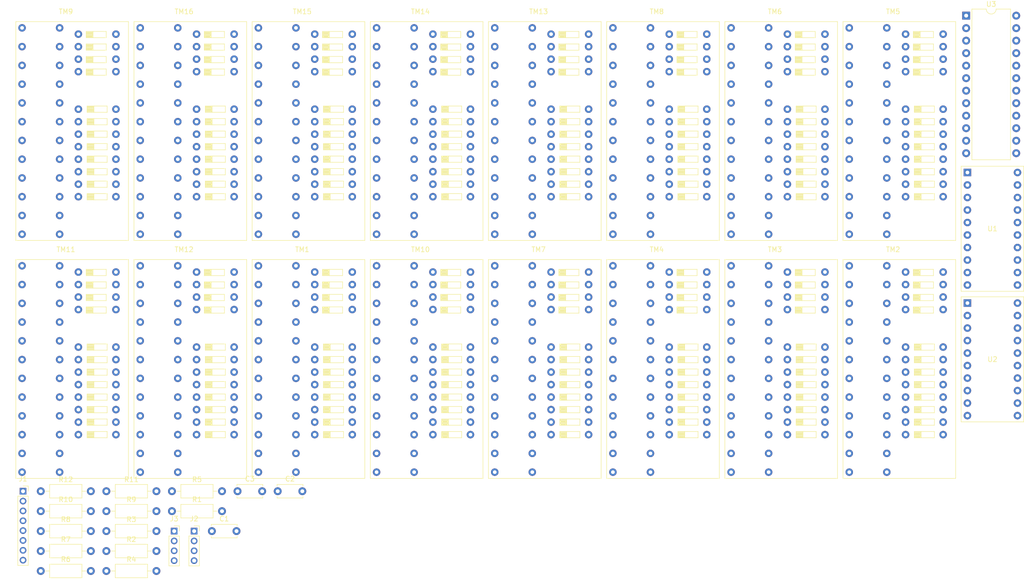
<source format=kicad_pcb>
(kicad_pcb (version 20171130) (host pcbnew "(5.1.4)-1")
  (layers (0 F.Cu signal) (31 B.Cu signal) (34 B.Paste user) (35 F.Paste user) (36 B.SilkS user) (37 F.SilkS user) (38 B.Mask user) (39 F.Mask user) (44 Edge.Cuts user))
  (net 0 "")
  (net 1 GND)
  (net 2 VCC)
  (net 3 /DR0)
  (net 4 /DR1)
  (net 5 /DR2)
  (net 6 /DR3)
  (net 7 /DR4)
  (net 8 /DR5)
  (net 9 /DR6)
  (net 10 /DR7)
  (net 11 /DR11)
  (net 12 /DR10)
  (net 13 /DR9)
  (net 14 /DR8)
  (net 15 /a0)
  (net 16 /a1)
  (net 17 /a2)
  (net 18 /a3)
  (net 19 /D0)
  (net 20 /D1)
  (net 21 /D2)
  (net 22 /D3)
  (net 23 /D4)
  (net 24 /D5)
  (net 25 /D6)
  (net 26 /D7)
  (net 27 /D8)
  (net 28 /D9)
  (net 29 /D10)
  (net 30 /D11)
  (net 31 "Net-(TM1-Pad13)")
  (net 32 "Net-(TM1-Pad14)")
  (net 33 "Net-(TM1-Pad15)")
  (net 34 "Net-(TM1-Pad16)")
  (net 35 "Net-(TM1-Pad17)")
  (net 36 "Net-(TM1-Pad18)")
  (net 37 "Net-(TM1-Pad19)")
  (net 38 "Net-(TM1-Pad20)")
  (net 39 "Net-(TM1-Pad21)")
  (net 40 "Net-(TM1-Pad22)")
  (net 41 "Net-(TM1-Pad23)")
  (net 42 "Net-(TM1-Pad24)")
  (net 43 "Net-(TM1-Pad37)")
  (net 44 "Net-(TM2-Pad14)")
  (net 45 "Net-(TM2-Pad13)")
  (net 46 "Net-(TM2-Pad37)")
  (net 47 "Net-(TM2-Pad24)")
  (net 48 "Net-(TM2-Pad23)")
  (net 49 "Net-(TM2-Pad22)")
  (net 50 "Net-(TM2-Pad21)")
  (net 51 "Net-(TM2-Pad20)")
  (net 52 "Net-(TM2-Pad19)")
  (net 53 "Net-(TM2-Pad18)")
  (net 54 "Net-(TM2-Pad17)")
  (net 55 "Net-(TM2-Pad16)")
  (net 56 "Net-(TM2-Pad15)")
  (net 57 "Net-(TM3-Pad13)")
  (net 58 "Net-(TM3-Pad14)")
  (net 59 "Net-(TM3-Pad15)")
  (net 60 "Net-(TM3-Pad16)")
  (net 61 "Net-(TM3-Pad17)")
  (net 62 "Net-(TM3-Pad18)")
  (net 63 "Net-(TM3-Pad19)")
  (net 64 "Net-(TM3-Pad20)")
  (net 65 "Net-(TM3-Pad21)")
  (net 66 "Net-(TM3-Pad22)")
  (net 67 "Net-(TM3-Pad23)")
  (net 68 "Net-(TM3-Pad24)")
  (net 69 "Net-(TM3-Pad37)")
  (net 70 "Net-(TM4-Pad14)")
  (net 71 "Net-(TM4-Pad13)")
  (net 72 "Net-(TM4-Pad37)")
  (net 73 "Net-(TM4-Pad24)")
  (net 74 "Net-(TM4-Pad23)")
  (net 75 "Net-(TM4-Pad22)")
  (net 76 "Net-(TM4-Pad21)")
  (net 77 "Net-(TM4-Pad20)")
  (net 78 "Net-(TM4-Pad19)")
  (net 79 "Net-(TM4-Pad18)")
  (net 80 "Net-(TM4-Pad17)")
  (net 81 "Net-(TM4-Pad16)")
  (net 82 "Net-(TM4-Pad15)")
  (net 83 "Net-(TM5-Pad13)")
  (net 84 "Net-(TM5-Pad14)")
  (net 85 "Net-(TM5-Pad15)")
  (net 86 "Net-(TM5-Pad16)")
  (net 87 "Net-(TM5-Pad17)")
  (net 88 "Net-(TM5-Pad18)")
  (net 89 "Net-(TM5-Pad19)")
  (net 90 "Net-(TM5-Pad20)")
  (net 91 "Net-(TM5-Pad21)")
  (net 92 "Net-(TM5-Pad22)")
  (net 93 "Net-(TM5-Pad23)")
  (net 94 "Net-(TM5-Pad24)")
  (net 95 "Net-(TM5-Pad37)")
  (net 96 "Net-(TM6-Pad14)")
  (net 97 "Net-(TM6-Pad13)")
  (net 98 "Net-(TM6-Pad37)")
  (net 99 "Net-(TM6-Pad24)")
  (net 100 "Net-(TM6-Pad23)")
  (net 101 "Net-(TM6-Pad22)")
  (net 102 "Net-(TM6-Pad21)")
  (net 103 "Net-(TM6-Pad20)")
  (net 104 "Net-(TM6-Pad19)")
  (net 105 "Net-(TM6-Pad18)")
  (net 106 "Net-(TM6-Pad17)")
  (net 107 "Net-(TM6-Pad16)")
  (net 108 "Net-(TM6-Pad15)")
  (net 109 "Net-(TM7-Pad13)")
  (net 110 "Net-(TM7-Pad14)")
  (net 111 "Net-(TM7-Pad15)")
  (net 112 "Net-(TM7-Pad16)")
  (net 113 "Net-(TM7-Pad17)")
  (net 114 "Net-(TM7-Pad18)")
  (net 115 "Net-(TM7-Pad19)")
  (net 116 "Net-(TM7-Pad20)")
  (net 117 "Net-(TM7-Pad21)")
  (net 118 "Net-(TM7-Pad22)")
  (net 119 "Net-(TM7-Pad23)")
  (net 120 "Net-(TM7-Pad24)")
  (net 121 "Net-(TM7-Pad37)")
  (net 122 "Net-(TM8-Pad14)")
  (net 123 "Net-(TM8-Pad13)")
  (net 124 "Net-(TM8-Pad37)")
  (net 125 "Net-(TM8-Pad24)")
  (net 126 "Net-(TM8-Pad23)")
  (net 127 "Net-(TM8-Pad22)")
  (net 128 "Net-(TM8-Pad21)")
  (net 129 "Net-(TM8-Pad20)")
  (net 130 "Net-(TM8-Pad19)")
  (net 131 "Net-(TM8-Pad18)")
  (net 132 "Net-(TM8-Pad17)")
  (net 133 "Net-(TM8-Pad16)")
  (net 134 "Net-(TM8-Pad15)")
  (net 135 "Net-(TM9-Pad13)")
  (net 136 "Net-(TM9-Pad14)")
  (net 137 "Net-(TM9-Pad15)")
  (net 138 "Net-(TM9-Pad16)")
  (net 139 "Net-(TM9-Pad17)")
  (net 140 "Net-(TM9-Pad18)")
  (net 141 "Net-(TM9-Pad19)")
  (net 142 "Net-(TM9-Pad20)")
  (net 143 "Net-(TM9-Pad21)")
  (net 144 "Net-(TM9-Pad22)")
  (net 145 "Net-(TM9-Pad23)")
  (net 146 "Net-(TM9-Pad24)")
  (net 147 "Net-(TM9-Pad37)")
  (net 148 "Net-(TM10-Pad13)")
  (net 149 "Net-(TM10-Pad14)")
  (net 150 "Net-(TM10-Pad15)")
  (net 151 "Net-(TM10-Pad16)")
  (net 152 "Net-(TM10-Pad17)")
  (net 153 "Net-(TM10-Pad18)")
  (net 154 "Net-(TM10-Pad19)")
  (net 155 "Net-(TM10-Pad20)")
  (net 156 "Net-(TM10-Pad21)")
  (net 157 "Net-(TM10-Pad22)")
  (net 158 "Net-(TM10-Pad23)")
  (net 159 "Net-(TM10-Pad24)")
  (net 160 "Net-(TM10-Pad37)")
  (net 161 "Net-(TM11-Pad14)")
  (net 162 "Net-(TM11-Pad13)")
  (net 163 "Net-(TM11-Pad37)")
  (net 164 "Net-(TM11-Pad24)")
  (net 165 "Net-(TM11-Pad23)")
  (net 166 "Net-(TM11-Pad22)")
  (net 167 "Net-(TM11-Pad21)")
  (net 168 "Net-(TM11-Pad20)")
  (net 169 "Net-(TM11-Pad19)")
  (net 170 "Net-(TM11-Pad18)")
  (net 171 "Net-(TM11-Pad17)")
  (net 172 "Net-(TM11-Pad16)")
  (net 173 "Net-(TM11-Pad15)")
  (net 174 "Net-(TM12-Pad14)")
  (net 175 "Net-(TM12-Pad13)")
  (net 176 "Net-(TM12-Pad37)")
  (net 177 "Net-(TM12-Pad24)")
  (net 178 "Net-(TM12-Pad23)")
  (net 179 "Net-(TM12-Pad22)")
  (net 180 "Net-(TM12-Pad21)")
  (net 181 "Net-(TM12-Pad20)")
  (net 182 "Net-(TM12-Pad19)")
  (net 183 "Net-(TM12-Pad18)")
  (net 184 "Net-(TM12-Pad17)")
  (net 185 "Net-(TM12-Pad16)")
  (net 186 "Net-(TM12-Pad15)")
  (net 187 "Net-(TM13-Pad14)")
  (net 188 "Net-(TM13-Pad13)")
  (net 189 "Net-(TM13-Pad37)")
  (net 190 "Net-(TM13-Pad24)")
  (net 191 "Net-(TM13-Pad23)")
  (net 192 "Net-(TM13-Pad22)")
  (net 193 "Net-(TM13-Pad21)")
  (net 194 "Net-(TM13-Pad20)")
  (net 195 "Net-(TM13-Pad19)")
  (net 196 "Net-(TM13-Pad18)")
  (net 197 "Net-(TM13-Pad17)")
  (net 198 "Net-(TM13-Pad16)")
  (net 199 "Net-(TM13-Pad15)")
  (net 200 "Net-(TM14-Pad13)")
  (net 201 "Net-(TM14-Pad14)")
  (net 202 "Net-(TM14-Pad15)")
  (net 203 "Net-(TM14-Pad16)")
  (net 204 "Net-(TM14-Pad17)")
  (net 205 "Net-(TM14-Pad18)")
  (net 206 "Net-(TM14-Pad19)")
  (net 207 "Net-(TM14-Pad20)")
  (net 208 "Net-(TM14-Pad21)")
  (net 209 "Net-(TM14-Pad22)")
  (net 210 "Net-(TM14-Pad23)")
  (net 211 "Net-(TM14-Pad24)")
  (net 212 "Net-(TM14-Pad37)")
  (net 213 "Net-(TM15-Pad14)")
  (net 214 "Net-(TM15-Pad13)")
  (net 215 "Net-(TM15-Pad37)")
  (net 216 "Net-(TM15-Pad24)")
  (net 217 "Net-(TM15-Pad23)")
  (net 218 "Net-(TM15-Pad22)")
  (net 219 "Net-(TM15-Pad21)")
  (net 220 "Net-(TM15-Pad20)")
  (net 221 "Net-(TM15-Pad19)")
  (net 222 "Net-(TM15-Pad18)")
  (net 223 "Net-(TM15-Pad17)")
  (net 224 "Net-(TM15-Pad16)")
  (net 225 "Net-(TM15-Pad15)")
  (net 226 "Net-(TM16-Pad13)")
  (net 227 "Net-(TM16-Pad14)")
  (net 228 "Net-(TM16-Pad15)")
  (net 229 "Net-(TM16-Pad16)")
  (net 230 "Net-(TM16-Pad17)")
  (net 231 "Net-(TM16-Pad18)")
  (net 232 "Net-(TM16-Pad19)")
  (net 233 "Net-(TM16-Pad20)")
  (net 234 "Net-(TM16-Pad21)")
  (net 235 "Net-(TM16-Pad22)")
  (net 236 "Net-(TM16-Pad23)")
  (net 237 "Net-(TM16-Pad24)")
  (net 238 "Net-(TM16-Pad37)")
  (net 239 "Net-(U2-Pad11)")
  (net 240 "Net-(U2-Pad12)")
  (net 241 "Net-(U2-Pad13)")
  (net 242 "Net-(U2-Pad14)")
  (module Capacitor_THT:C_Disc_D5.0mm_W2.5mm_P5.00mm (layer F.Cu) (at 62.705001 131.665001)
    (fp_text reference C1 (at 2.5 -2.5) (layer F.SilkS))
    (fp_text value 0.1u)
    (pad 2 thru_hole circle (at 5 0) (size 1.6 1.6) (drill 0.8) (layers *.Cu *.Mask) (net 1 GND))
    (pad 1 thru_hole circle (at 0 0) (size 1.6 1.6) (drill 0.8) (layers *.Cu *.Mask) (net 2 VCC))
  )
  (module Capacitor_THT:C_Disc_D5.0mm_W2.5mm_P5.00mm (layer F.Cu) (at 76.065001 123.565001)
    (fp_text reference C2 (at 2.5 -2.5) (layer F.SilkS))
    (fp_text value 0.1u)
    (pad 1 thru_hole circle (at 0 0) (size 1.6 1.6) (drill 0.8) (layers *.Cu *.Mask) (net 2 VCC))
    (pad 2 thru_hole circle (at 5 0) (size 1.6 1.6) (drill 0.8) (layers *.Cu *.Mask) (net 1 GND))
  )
  (module Capacitor_THT:C_Disc_D5.0mm_W2.5mm_P5.00mm (layer F.Cu) (at 67.915001 123.565001)
    (fp_text reference C3 (at 2.5 -2.5) (layer F.SilkS))
    (fp_text value 0.1u)
    (pad 1 thru_hole circle (at 0 0) (size 1.6 1.6) (drill 0.8) (layers *.Cu *.Mask) (net 2 VCC))
    (pad 2 thru_hole circle (at 5 0) (size 1.6 1.6) (drill 0.8) (layers *.Cu *.Mask) (net 1 GND))
  )
  (module Connector_PinSocket_2.00mm:PinSocket_1x08_P2.00mm_Vertical (layer F.Cu) (at 24.385001 123.565001)
    (fp_text reference J1 (at 0 -2.5) (layer F.SilkS))
    (fp_text value Conn_01x08)
    (pad 1 thru_hole rect (at 0 0) (size 1.35 1.35) (drill 0.8) (layers *.Cu *.Mask) (net 3 /DR0))
    (pad 2 thru_hole oval (at 0 2) (size 1.35 1.35) (drill 0.8) (layers *.Cu *.Mask) (net 4 /DR1))
    (pad 3 thru_hole oval (at 0 4) (size 1.35 1.35) (drill 0.8) (layers *.Cu *.Mask) (net 5 /DR2))
    (pad 4 thru_hole oval (at 0 6) (size 1.35 1.35) (drill 0.8) (layers *.Cu *.Mask) (net 6 /DR3))
    (pad 5 thru_hole oval (at 0 8) (size 1.35 1.35) (drill 0.8) (layers *.Cu *.Mask) (net 7 /DR4))
    (pad 6 thru_hole oval (at 0 10) (size 1.35 1.35) (drill 0.8) (layers *.Cu *.Mask) (net 8 /DR5))
    (pad 7 thru_hole oval (at 0 12) (size 1.35 1.35) (drill 0.8) (layers *.Cu *.Mask) (net 9 /DR6))
    (pad 8 thru_hole oval (at 0 14) (size 1.35 1.35) (drill 0.8) (layers *.Cu *.Mask) (net 10 /DR7))
  )
  (module Connector_PinSocket_2.00mm:PinSocket_1x04_P2.00mm_Vertical (layer F.Cu) (at 59.105001 131.665001)
    (fp_text reference J2 (at 0 -2.5) (layer F.SilkS))
    (fp_text value Conn_01x04)
    (pad 4 thru_hole oval (at 0 6) (size 1.35 1.35) (drill 0.8) (layers *.Cu *.Mask) (net 11 /DR11))
    (pad 3 thru_hole oval (at 0 4) (size 1.35 1.35) (drill 0.8) (layers *.Cu *.Mask) (net 12 /DR10))
    (pad 2 thru_hole oval (at 0 2) (size 1.35 1.35) (drill 0.8) (layers *.Cu *.Mask) (net 13 /DR9))
    (pad 1 thru_hole rect (at 0 0) (size 1.35 1.35) (drill 0.8) (layers *.Cu *.Mask) (net 14 /DR8))
  )
  (module Connector_PinSocket_2.00mm:PinSocket_1x04_P2.00mm_Vertical (layer F.Cu) (at 55.055001 131.665001)
    (fp_text reference J3 (at 0 -2.5) (layer F.SilkS))
    (fp_text value Conn_01x04)
    (pad 1 thru_hole rect (at 0 0) (size 1.35 1.35) (drill 0.8) (layers *.Cu *.Mask) (net 15 /a0))
    (pad 2 thru_hole oval (at 0 2) (size 1.35 1.35) (drill 0.8) (layers *.Cu *.Mask) (net 16 /a1))
    (pad 3 thru_hole oval (at 0 4) (size 1.35 1.35) (drill 0.8) (layers *.Cu *.Mask) (net 17 /a2))
    (pad 4 thru_hole oval (at 0 6) (size 1.35 1.35) (drill 0.8) (layers *.Cu *.Mask) (net 18 /a3))
  )
  (module Resistor_THT:R_Axial_DIN0207_L6.3mm_D2.5mm_P10.16mm_Horizontal (layer F.Cu) (at 54.605001 127.615001)
    (fp_text reference R1 (at 5.08 -2.37) (layer F.SilkS))
    (fp_text value 10K)
    (pad 2 thru_hole oval (at 10.16 0) (size 1.6 1.6) (drill 0.8) (layers *.Cu *.Mask) (net 19 /D0))
    (pad 1 thru_hole circle (at 0 0) (size 1.6 1.6) (drill 0.8) (layers *.Cu *.Mask) (net 2 VCC))
  )
  (module Resistor_THT:R_Axial_DIN0207_L6.3mm_D2.5mm_P10.16mm_Horizontal (layer F.Cu) (at 41.295001 135.715001)
    (fp_text reference R2 (at 5.08 -2.37) (layer F.SilkS))
    (fp_text value 10K)
    (pad 1 thru_hole circle (at 0 0) (size 1.6 1.6) (drill 0.8) (layers *.Cu *.Mask) (net 2 VCC))
    (pad 2 thru_hole oval (at 10.16 0) (size 1.6 1.6) (drill 0.8) (layers *.Cu *.Mask) (net 20 /D1))
  )
  (module Resistor_THT:R_Axial_DIN0207_L6.3mm_D2.5mm_P10.16mm_Horizontal (layer F.Cu) (at 41.295001 131.665001)
    (fp_text reference R3 (at 5.08 -2.37) (layer F.SilkS))
    (fp_text value 10K)
    (pad 2 thru_hole oval (at 10.16 0) (size 1.6 1.6) (drill 0.8) (layers *.Cu *.Mask) (net 21 /D2))
    (pad 1 thru_hole circle (at 0 0) (size 1.6 1.6) (drill 0.8) (layers *.Cu *.Mask) (net 2 VCC))
  )
  (module Resistor_THT:R_Axial_DIN0207_L6.3mm_D2.5mm_P10.16mm_Horizontal (layer F.Cu) (at 41.295001 139.765001)
    (fp_text reference R4 (at 5.08 -2.37) (layer F.SilkS))
    (fp_text value 10K)
    (pad 1 thru_hole circle (at 0 0) (size 1.6 1.6) (drill 0.8) (layers *.Cu *.Mask) (net 2 VCC))
    (pad 2 thru_hole oval (at 10.16 0) (size 1.6 1.6) (drill 0.8) (layers *.Cu *.Mask) (net 22 /D3))
  )
  (module Resistor_THT:R_Axial_DIN0207_L6.3mm_D2.5mm_P10.16mm_Horizontal (layer F.Cu) (at 54.605001 123.565001)
    (fp_text reference R5 (at 5.08 -2.37) (layer F.SilkS))
    (fp_text value 10K)
    (pad 1 thru_hole circle (at 0 0) (size 1.6 1.6) (drill 0.8) (layers *.Cu *.Mask) (net 2 VCC))
    (pad 2 thru_hole oval (at 10.16 0) (size 1.6 1.6) (drill 0.8) (layers *.Cu *.Mask) (net 23 /D4))
  )
  (module Resistor_THT:R_Axial_DIN0207_L6.3mm_D2.5mm_P10.16mm_Horizontal (layer F.Cu) (at 27.985001 139.765001)
    (fp_text reference R6 (at 5.08 -2.37) (layer F.SilkS))
    (fp_text value 10K)
    (pad 2 thru_hole oval (at 10.16 0) (size 1.6 1.6) (drill 0.8) (layers *.Cu *.Mask) (net 24 /D5))
    (pad 1 thru_hole circle (at 0 0) (size 1.6 1.6) (drill 0.8) (layers *.Cu *.Mask) (net 2 VCC))
  )
  (module Resistor_THT:R_Axial_DIN0207_L6.3mm_D2.5mm_P10.16mm_Horizontal (layer F.Cu) (at 27.985001 135.715001)
    (fp_text reference R7 (at 5.08 -2.37) (layer F.SilkS))
    (fp_text value 10K)
    (pad 2 thru_hole oval (at 10.16 0) (size 1.6 1.6) (drill 0.8) (layers *.Cu *.Mask) (net 25 /D6))
    (pad 1 thru_hole circle (at 0 0) (size 1.6 1.6) (drill 0.8) (layers *.Cu *.Mask) (net 2 VCC))
  )
  (module Resistor_THT:R_Axial_DIN0207_L6.3mm_D2.5mm_P10.16mm_Horizontal (layer F.Cu) (at 27.985001 131.665001)
    (fp_text reference R8 (at 5.08 -2.37) (layer F.SilkS))
    (fp_text value 10K)
    (pad 1 thru_hole circle (at 0 0) (size 1.6 1.6) (drill 0.8) (layers *.Cu *.Mask) (net 2 VCC))
    (pad 2 thru_hole oval (at 10.16 0) (size 1.6 1.6) (drill 0.8) (layers *.Cu *.Mask) (net 26 /D7))
  )
  (module Resistor_THT:R_Axial_DIN0207_L6.3mm_D2.5mm_P10.16mm_Horizontal (layer F.Cu) (at 41.295001 127.615001)
    (fp_text reference R9 (at 5.08 -2.37) (layer F.SilkS))
    (fp_text value 10K)
    (pad 1 thru_hole circle (at 0 0) (size 1.6 1.6) (drill 0.8) (layers *.Cu *.Mask) (net 2 VCC))
    (pad 2 thru_hole oval (at 10.16 0) (size 1.6 1.6) (drill 0.8) (layers *.Cu *.Mask) (net 27 /D8))
  )
  (module Resistor_THT:R_Axial_DIN0207_L6.3mm_D2.5mm_P10.16mm_Horizontal (layer F.Cu) (at 27.985001 127.615001)
    (fp_text reference R10 (at 5.08 -2.37) (layer F.SilkS))
    (fp_text value 10K)
    (pad 1 thru_hole circle (at 0 0) (size 1.6 1.6) (drill 0.8) (layers *.Cu *.Mask) (net 2 VCC))
    (pad 2 thru_hole oval (at 10.16 0) (size 1.6 1.6) (drill 0.8) (layers *.Cu *.Mask) (net 28 /D9))
  )
  (module Resistor_THT:R_Axial_DIN0207_L6.3mm_D2.5mm_P10.16mm_Horizontal (layer F.Cu) (at 41.295001 123.565001)
    (fp_text reference R11 (at 5.08 -2.37) (layer F.SilkS))
    (fp_text value 10K)
    (pad 2 thru_hole oval (at 10.16 0) (size 1.6 1.6) (drill 0.8) (layers *.Cu *.Mask) (net 29 /D10))
    (pad 1 thru_hole circle (at 0 0) (size 1.6 1.6) (drill 0.8) (layers *.Cu *.Mask) (net 2 VCC))
  )
  (module Resistor_THT:R_Axial_DIN0207_L6.3mm_D2.5mm_P10.16mm_Horizontal (layer F.Cu) (at 27.985001 123.565001)
    (fp_text reference R12 (at 5.08 -2.37) (layer F.SilkS))
    (fp_text value 10K)
    (pad 2 thru_hole oval (at 10.16 0) (size 1.6 1.6) (drill 0.8) (layers *.Cu *.Mask) (net 30 /D11))
    (pad 1 thru_hole circle (at 0 0) (size 1.6 1.6) (drill 0.8) (layers *.Cu *.Mask) (net 2 VCC))
  )
  (module myFootprint:TD8_Memory (layer F.Cu) (at 81.040001 73.97)
    (fp_text reference TM1 (at 0 0.5) (layer F.SilkS))
    (fp_text value TD8_Memory)
    (pad 4 thru_hole circle (at 10.16 12.7) (size 1.524 1.524) (drill 0.762) (layers *.Cu *.Mask) (net 27 /D8))
    (pad 3 thru_hole circle (at 10.16 10.16) (size 1.524 1.524) (drill 0.762) (layers *.Cu *.Mask) (net 28 /D9))
    (pad 2 thru_hole circle (at 10.16 7.62) (size 1.524 1.524) (drill 0.762) (layers *.Cu *.Mask) (net 29 /D10))
    (pad 1 thru_hole circle (at 10.16 5.08) (size 1.524 1.524) (drill 0.762) (layers *.Cu *.Mask) (net 30 /D11))
    (pad 12 thru_hole circle (at 10.16 38.1) (size 1.524 1.524) (drill 0.762) (layers *.Cu *.Mask) (net 19 /D0))
    (pad 11 thru_hole circle (at 10.16 35.56) (size 1.524 1.524) (drill 0.762) (layers *.Cu *.Mask) (net 20 /D1))
    (pad 10 thru_hole circle (at 10.16 33.02) (size 1.524 1.524) (drill 0.762) (layers *.Cu *.Mask) (net 21 /D2))
    (pad 9 thru_hole circle (at 10.16 30.48) (size 1.524 1.524) (drill 0.762) (layers *.Cu *.Mask) (net 22 /D3))
    (pad 8 thru_hole circle (at 10.16 27.94) (size 1.524 1.524) (drill 0.762) (layers *.Cu *.Mask) (net 23 /D4))
    (pad 7 thru_hole circle (at 10.16 25.4) (size 1.524 1.524) (drill 0.762) (layers *.Cu *.Mask) (net 24 /D5))
    (pad 6 thru_hole circle (at 10.16 22.86) (size 1.524 1.524) (drill 0.762) (layers *.Cu *.Mask) (net 25 /D6))
    (pad 5 thru_hole circle (at 10.16 20.32) (size 1.524 1.524) (drill 0.762) (layers *.Cu *.Mask) (net 26 /D7))
    (pad 13 thru_hole circle (at 2.54 5.08) (size 1.524 1.524) (drill 0.762) (layers *.Cu *.Mask) (net 31 "Net-(TM1-Pad13)"))
    (pad 14 thru_hole circle (at 2.54 7.62) (size 1.524 1.524) (drill 0.762) (layers *.Cu *.Mask) (net 32 "Net-(TM1-Pad14)"))
    (pad 15 thru_hole circle (at 2.54 10.16) (size 1.524 1.524) (drill 0.762) (layers *.Cu *.Mask) (net 33 "Net-(TM1-Pad15)"))
    (pad 16 thru_hole circle (at 2.54 12.7) (size 1.524 1.524) (drill 0.762) (layers *.Cu *.Mask) (net 34 "Net-(TM1-Pad16)"))
    (pad 17 thru_hole circle (at 2.54 20.32) (size 1.524 1.524) (drill 0.762) (layers *.Cu *.Mask) (net 35 "Net-(TM1-Pad17)"))
    (pad 18 thru_hole circle (at 2.54 22.86) (size 1.524 1.524) (drill 0.762) (layers *.Cu *.Mask) (net 36 "Net-(TM1-Pad18)"))
    (pad 19 thru_hole circle (at 2.54 25.4) (size 1.524 1.524) (drill 0.762) (layers *.Cu *.Mask) (net 37 "Net-(TM1-Pad19)"))
    (pad 20 thru_hole circle (at 2.54 27.94) (size 1.524 1.524) (drill 0.762) (layers *.Cu *.Mask) (net 38 "Net-(TM1-Pad20)"))
    (pad 21 thru_hole circle (at 2.54 30.48) (size 1.524 1.524) (drill 0.762) (layers *.Cu *.Mask) (net 39 "Net-(TM1-Pad21)"))
    (pad 22 thru_hole circle (at 2.54 33.02) (size 1.524 1.524) (drill 0.762) (layers *.Cu *.Mask) (net 40 "Net-(TM1-Pad22)"))
    (pad 23 thru_hole circle (at 2.54 35.56) (size 1.524 1.524) (drill 0.762) (layers *.Cu *.Mask) (net 41 "Net-(TM1-Pad23)"))
    (pad 24 thru_hole circle (at 2.54 38.1) (size 1.524 1.524) (drill 0.762) (layers *.Cu *.Mask) (net 42 "Net-(TM1-Pad24)"))
    (pad 27 thru_hole circle (at -1.27 11.43) (size 1.524 1.524) (drill 0.762) (layers *.Cu *.Mask) (net 33 "Net-(TM1-Pad15)"))
    (pad 28 thru_hole circle (at -1.27 15.24) (size 1.524 1.524) (drill 0.762) (layers *.Cu *.Mask) (net 34 "Net-(TM1-Pad16)"))
    (pad 29 thru_hole circle (at -1.27 19.05) (size 1.524 1.524) (drill 0.762) (layers *.Cu *.Mask) (net 35 "Net-(TM1-Pad17)"))
    (pad 30 thru_hole circle (at -1.27 22.86) (size 1.524 1.524) (drill 0.762) (layers *.Cu *.Mask) (net 36 "Net-(TM1-Pad18)"))
    (pad 31 thru_hole circle (at -1.27 26.67) (size 1.524 1.524) (drill 0.762) (layers *.Cu *.Mask) (net 37 "Net-(TM1-Pad19)"))
    (pad 32 thru_hole circle (at -1.27 30.48) (size 1.524 1.524) (drill 0.762) (layers *.Cu *.Mask) (net 38 "Net-(TM1-Pad20)"))
    (pad 33 thru_hole circle (at -1.27 34.29) (size 1.524 1.524) (drill 0.762) (layers *.Cu *.Mask) (net 39 "Net-(TM1-Pad21)"))
    (pad 34 thru_hole circle (at -1.27 38.1) (size 1.524 1.524) (drill 0.762) (layers *.Cu *.Mask) (net 40 "Net-(TM1-Pad22)"))
    (pad 35 thru_hole circle (at -1.27 41.91) (size 1.524 1.524) (drill 0.762) (layers *.Cu *.Mask) (net 41 "Net-(TM1-Pad23)"))
    (pad 36 thru_hole circle (at -1.27 45.72) (size 1.524 1.524) (drill 0.762) (layers *.Cu *.Mask) (net 42 "Net-(TM1-Pad24)"))
    (pad 37 thru_hole circle (at -8.89 3.81) (size 1.524 1.524) (drill 0.762) (layers *.Cu *.Mask) (net 43 "Net-(TM1-Pad37)"))
    (pad 38 thru_hole circle (at -8.89 7.62) (size 1.524 1.524) (drill 0.762) (layers *.Cu *.Mask) (net 43 "Net-(TM1-Pad37)"))
    (pad 39 thru_hole circle (at -8.89 11.43) (size 1.524 1.524) (drill 0.762) (layers *.Cu *.Mask) (net 43 "Net-(TM1-Pad37)"))
    (pad 40 thru_hole circle (at -8.89 15.24) (size 1.524 1.524) (drill 0.762) (layers *.Cu *.Mask) (net 43 "Net-(TM1-Pad37)"))
    (pad 41 thru_hole circle (at -8.89 19.05) (size 1.524 1.524) (drill 0.762) (layers *.Cu *.Mask) (net 43 "Net-(TM1-Pad37)"))
    (pad 42 thru_hole circle (at -8.89 22.86) (size 1.524 1.524) (drill 0.762) (layers *.Cu *.Mask) (net 43 "Net-(TM1-Pad37)"))
    (pad 43 thru_hole circle (at -8.89 26.67) (size 1.524 1.524) (drill 0.762) (layers *.Cu *.Mask) (net 43 "Net-(TM1-Pad37)"))
    (pad 44 thru_hole circle (at -8.89 30.48) (size 1.524 1.524) (drill 0.762) (layers *.Cu *.Mask) (net 43 "Net-(TM1-Pad37)"))
    (pad 45 thru_hole circle (at -8.89 34.29) (size 1.524 1.524) (drill 0.762) (layers *.Cu *.Mask) (net 43 "Net-(TM1-Pad37)"))
    (pad 46 thru_hole circle (at -8.89 38.1) (size 1.524 1.524) (drill 0.762) (layers *.Cu *.Mask) (net 43 "Net-(TM1-Pad37)"))
    (pad 47 thru_hole circle (at -8.89 41.91) (size 1.524 1.524) (drill 0.762) (layers *.Cu *.Mask) (net 43 "Net-(TM1-Pad37)"))
    (pad 48 thru_hole circle (at -8.89 45.72) (size 1.524 1.524) (drill 0.762) (layers *.Cu *.Mask) (net 43 "Net-(TM1-Pad37)"))
    (pad 25 thru_hole circle (at -1.27 3.81) (size 1.524 1.524) (drill 0.762) (layers *.Cu *.Mask) (net 31 "Net-(TM1-Pad13)"))
    (pad 26 thru_hole circle (at -1.27 7.62) (size 1.524 1.524) (drill 0.762) (layers *.Cu *.Mask) (net 32 "Net-(TM1-Pad14)"))
  )
  (module myFootprint:TD8_Memory (layer F.Cu) (at 200.940001 73.97)
    (fp_text reference TM2 (at 0 0.5) (layer F.SilkS))
    (fp_text value TD8_Memory)
    (pad 26 thru_hole circle (at -1.27 7.62) (size 1.524 1.524) (drill 0.762) (layers *.Cu *.Mask) (net 44 "Net-(TM2-Pad14)"))
    (pad 25 thru_hole circle (at -1.27 3.81) (size 1.524 1.524) (drill 0.762) (layers *.Cu *.Mask) (net 45 "Net-(TM2-Pad13)"))
    (pad 48 thru_hole circle (at -8.89 45.72) (size 1.524 1.524) (drill 0.762) (layers *.Cu *.Mask) (net 46 "Net-(TM2-Pad37)"))
    (pad 47 thru_hole circle (at -8.89 41.91) (size 1.524 1.524) (drill 0.762) (layers *.Cu *.Mask) (net 46 "Net-(TM2-Pad37)"))
    (pad 46 thru_hole circle (at -8.89 38.1) (size 1.524 1.524) (drill 0.762) (layers *.Cu *.Mask) (net 46 "Net-(TM2-Pad37)"))
    (pad 45 thru_hole circle (at -8.89 34.29) (size 1.524 1.524) (drill 0.762) (layers *.Cu *.Mask) (net 46 "Net-(TM2-Pad37)"))
    (pad 44 thru_hole circle (at -8.89 30.48) (size 1.524 1.524) (drill 0.762) (layers *.Cu *.Mask) (net 46 "Net-(TM2-Pad37)"))
    (pad 43 thru_hole circle (at -8.89 26.67) (size 1.524 1.524) (drill 0.762) (layers *.Cu *.Mask) (net 46 "Net-(TM2-Pad37)"))
    (pad 42 thru_hole circle (at -8.89 22.86) (size 1.524 1.524) (drill 0.762) (layers *.Cu *.Mask) (net 46 "Net-(TM2-Pad37)"))
    (pad 41 thru_hole circle (at -8.89 19.05) (size 1.524 1.524) (drill 0.762) (layers *.Cu *.Mask) (net 46 "Net-(TM2-Pad37)"))
    (pad 40 thru_hole circle (at -8.89 15.24) (size 1.524 1.524) (drill 0.762) (layers *.Cu *.Mask) (net 46 "Net-(TM2-Pad37)"))
    (pad 39 thru_hole circle (at -8.89 11.43) (size 1.524 1.524) (drill 0.762) (layers *.Cu *.Mask) (net 46 "Net-(TM2-Pad37)"))
    (pad 38 thru_hole circle (at -8.89 7.62) (size 1.524 1.524) (drill 0.762) (layers *.Cu *.Mask) (net 46 "Net-(TM2-Pad37)"))
    (pad 37 thru_hole circle (at -8.89 3.81) (size 1.524 1.524) (drill 0.762) (layers *.Cu *.Mask) (net 46 "Net-(TM2-Pad37)"))
    (pad 36 thru_hole circle (at -1.27 45.72) (size 1.524 1.524) (drill 0.762) (layers *.Cu *.Mask) (net 47 "Net-(TM2-Pad24)"))
    (pad 35 thru_hole circle (at -1.27 41.91) (size 1.524 1.524) (drill 0.762) (layers *.Cu *.Mask) (net 48 "Net-(TM2-Pad23)"))
    (pad 34 thru_hole circle (at -1.27 38.1) (size 1.524 1.524) (drill 0.762) (layers *.Cu *.Mask) (net 49 "Net-(TM2-Pad22)"))
    (pad 33 thru_hole circle (at -1.27 34.29) (size 1.524 1.524) (drill 0.762) (layers *.Cu *.Mask) (net 50 "Net-(TM2-Pad21)"))
    (pad 32 thru_hole circle (at -1.27 30.48) (size 1.524 1.524) (drill 0.762) (layers *.Cu *.Mask) (net 51 "Net-(TM2-Pad20)"))
    (pad 31 thru_hole circle (at -1.27 26.67) (size 1.524 1.524) (drill 0.762) (layers *.Cu *.Mask) (net 52 "Net-(TM2-Pad19)"))
    (pad 30 thru_hole circle (at -1.27 22.86) (size 1.524 1.524) (drill 0.762) (layers *.Cu *.Mask) (net 53 "Net-(TM2-Pad18)"))
    (pad 29 thru_hole circle (at -1.27 19.05) (size 1.524 1.524) (drill 0.762) (layers *.Cu *.Mask) (net 54 "Net-(TM2-Pad17)"))
    (pad 28 thru_hole circle (at -1.27 15.24) (size 1.524 1.524) (drill 0.762) (layers *.Cu *.Mask) (net 55 "Net-(TM2-Pad16)"))
    (pad 27 thru_hole circle (at -1.27 11.43) (size 1.524 1.524) (drill 0.762) (layers *.Cu *.Mask) (net 56 "Net-(TM2-Pad15)"))
    (pad 24 thru_hole circle (at 2.54 38.1) (size 1.524 1.524) (drill 0.762) (layers *.Cu *.Mask) (net 47 "Net-(TM2-Pad24)"))
    (pad 23 thru_hole circle (at 2.54 35.56) (size 1.524 1.524) (drill 0.762) (layers *.Cu *.Mask) (net 48 "Net-(TM2-Pad23)"))
    (pad 22 thru_hole circle (at 2.54 33.02) (size 1.524 1.524) (drill 0.762) (layers *.Cu *.Mask) (net 49 "Net-(TM2-Pad22)"))
    (pad 21 thru_hole circle (at 2.54 30.48) (size 1.524 1.524) (drill 0.762) (layers *.Cu *.Mask) (net 50 "Net-(TM2-Pad21)"))
    (pad 20 thru_hole circle (at 2.54 27.94) (size 1.524 1.524) (drill 0.762) (layers *.Cu *.Mask) (net 51 "Net-(TM2-Pad20)"))
    (pad 19 thru_hole circle (at 2.54 25.4) (size 1.524 1.524) (drill 0.762) (layers *.Cu *.Mask) (net 52 "Net-(TM2-Pad19)"))
    (pad 18 thru_hole circle (at 2.54 22.86) (size 1.524 1.524) (drill 0.762) (layers *.Cu *.Mask) (net 53 "Net-(TM2-Pad18)"))
    (pad 17 thru_hole circle (at 2.54 20.32) (size 1.524 1.524) (drill 0.762) (layers *.Cu *.Mask) (net 54 "Net-(TM2-Pad17)"))
    (pad 16 thru_hole circle (at 2.54 12.7) (size 1.524 1.524) (drill 0.762) (layers *.Cu *.Mask) (net 55 "Net-(TM2-Pad16)"))
    (pad 15 thru_hole circle (at 2.54 10.16) (size 1.524 1.524) (drill 0.762) (layers *.Cu *.Mask) (net 56 "Net-(TM2-Pad15)"))
    (pad 14 thru_hole circle (at 2.54 7.62) (size 1.524 1.524) (drill 0.762) (layers *.Cu *.Mask) (net 44 "Net-(TM2-Pad14)"))
    (pad 13 thru_hole circle (at 2.54 5.08) (size 1.524 1.524) (drill 0.762) (layers *.Cu *.Mask) (net 45 "Net-(TM2-Pad13)"))
    (pad 5 thru_hole circle (at 10.16 20.32) (size 1.524 1.524) (drill 0.762) (layers *.Cu *.Mask) (net 26 /D7))
    (pad 6 thru_hole circle (at 10.16 22.86) (size 1.524 1.524) (drill 0.762) (layers *.Cu *.Mask) (net 25 /D6))
    (pad 7 thru_hole circle (at 10.16 25.4) (size 1.524 1.524) (drill 0.762) (layers *.Cu *.Mask) (net 24 /D5))
    (pad 8 thru_hole circle (at 10.16 27.94) (size 1.524 1.524) (drill 0.762) (layers *.Cu *.Mask) (net 23 /D4))
    (pad 9 thru_hole circle (at 10.16 30.48) (size 1.524 1.524) (drill 0.762) (layers *.Cu *.Mask) (net 22 /D3))
    (pad 10 thru_hole circle (at 10.16 33.02) (size 1.524 1.524) (drill 0.762) (layers *.Cu *.Mask) (net 21 /D2))
    (pad 11 thru_hole circle (at 10.16 35.56) (size 1.524 1.524) (drill 0.762) (layers *.Cu *.Mask) (net 20 /D1))
    (pad 12 thru_hole circle (at 10.16 38.1) (size 1.524 1.524) (drill 0.762) (layers *.Cu *.Mask) (net 19 /D0))
    (pad 1 thru_hole circle (at 10.16 5.08) (size 1.524 1.524) (drill 0.762) (layers *.Cu *.Mask) (net 30 /D11))
    (pad 2 thru_hole circle (at 10.16 7.62) (size 1.524 1.524) (drill 0.762) (layers *.Cu *.Mask) (net 29 /D10))
    (pad 3 thru_hole circle (at 10.16 10.16) (size 1.524 1.524) (drill 0.762) (layers *.Cu *.Mask) (net 28 /D9))
    (pad 4 thru_hole circle (at 10.16 12.7) (size 1.524 1.524) (drill 0.762) (layers *.Cu *.Mask) (net 27 /D8))
  )
  (module myFootprint:TD8_Memory (layer F.Cu) (at 176.960001 73.97)
    (fp_text reference TM3 (at 0 0.5) (layer F.SilkS))
    (fp_text value TD8_Memory)
    (pad 4 thru_hole circle (at 10.16 12.7) (size 1.524 1.524) (drill 0.762) (layers *.Cu *.Mask) (net 27 /D8))
    (pad 3 thru_hole circle (at 10.16 10.16) (size 1.524 1.524) (drill 0.762) (layers *.Cu *.Mask) (net 28 /D9))
    (pad 2 thru_hole circle (at 10.16 7.62) (size 1.524 1.524) (drill 0.762) (layers *.Cu *.Mask) (net 29 /D10))
    (pad 1 thru_hole circle (at 10.16 5.08) (size 1.524 1.524) (drill 0.762) (layers *.Cu *.Mask) (net 30 /D11))
    (pad 12 thru_hole circle (at 10.16 38.1) (size 1.524 1.524) (drill 0.762) (layers *.Cu *.Mask) (net 19 /D0))
    (pad 11 thru_hole circle (at 10.16 35.56) (size 1.524 1.524) (drill 0.762) (layers *.Cu *.Mask) (net 20 /D1))
    (pad 10 thru_hole circle (at 10.16 33.02) (size 1.524 1.524) (drill 0.762) (layers *.Cu *.Mask) (net 21 /D2))
    (pad 9 thru_hole circle (at 10.16 30.48) (size 1.524 1.524) (drill 0.762) (layers *.Cu *.Mask) (net 22 /D3))
    (pad 8 thru_hole circle (at 10.16 27.94) (size 1.524 1.524) (drill 0.762) (layers *.Cu *.Mask) (net 23 /D4))
    (pad 7 thru_hole circle (at 10.16 25.4) (size 1.524 1.524) (drill 0.762) (layers *.Cu *.Mask) (net 24 /D5))
    (pad 6 thru_hole circle (at 10.16 22.86) (size 1.524 1.524) (drill 0.762) (layers *.Cu *.Mask) (net 25 /D6))
    (pad 5 thru_hole circle (at 10.16 20.32) (size 1.524 1.524) (drill 0.762) (layers *.Cu *.Mask) (net 26 /D7))
    (pad 13 thru_hole circle (at 2.54 5.08) (size 1.524 1.524) (drill 0.762) (layers *.Cu *.Mask) (net 57 "Net-(TM3-Pad13)"))
    (pad 14 thru_hole circle (at 2.54 7.62) (size 1.524 1.524) (drill 0.762) (layers *.Cu *.Mask) (net 58 "Net-(TM3-Pad14)"))
    (pad 15 thru_hole circle (at 2.54 10.16) (size 1.524 1.524) (drill 0.762) (layers *.Cu *.Mask) (net 59 "Net-(TM3-Pad15)"))
    (pad 16 thru_hole circle (at 2.54 12.7) (size 1.524 1.524) (drill 0.762) (layers *.Cu *.Mask) (net 60 "Net-(TM3-Pad16)"))
    (pad 17 thru_hole circle (at 2.54 20.32) (size 1.524 1.524) (drill 0.762) (layers *.Cu *.Mask) (net 61 "Net-(TM3-Pad17)"))
    (pad 18 thru_hole circle (at 2.54 22.86) (size 1.524 1.524) (drill 0.762) (layers *.Cu *.Mask) (net 62 "Net-(TM3-Pad18)"))
    (pad 19 thru_hole circle (at 2.54 25.4) (size 1.524 1.524) (drill 0.762) (layers *.Cu *.Mask) (net 63 "Net-(TM3-Pad19)"))
    (pad 20 thru_hole circle (at 2.54 27.94) (size 1.524 1.524) (drill 0.762) (layers *.Cu *.Mask) (net 64 "Net-(TM3-Pad20)"))
    (pad 21 thru_hole circle (at 2.54 30.48) (size 1.524 1.524) (drill 0.762) (layers *.Cu *.Mask) (net 65 "Net-(TM3-Pad21)"))
    (pad 22 thru_hole circle (at 2.54 33.02) (size 1.524 1.524) (drill 0.762) (layers *.Cu *.Mask) (net 66 "Net-(TM3-Pad22)"))
    (pad 23 thru_hole circle (at 2.54 35.56) (size 1.524 1.524) (drill 0.762) (layers *.Cu *.Mask) (net 67 "Net-(TM3-Pad23)"))
    (pad 24 thru_hole circle (at 2.54 38.1) (size 1.524 1.524) (drill 0.762) (layers *.Cu *.Mask) (net 68 "Net-(TM3-Pad24)"))
    (pad 27 thru_hole circle (at -1.27 11.43) (size 1.524 1.524) (drill 0.762) (layers *.Cu *.Mask) (net 59 "Net-(TM3-Pad15)"))
    (pad 28 thru_hole circle (at -1.27 15.24) (size 1.524 1.524) (drill 0.762) (layers *.Cu *.Mask) (net 60 "Net-(TM3-Pad16)"))
    (pad 29 thru_hole circle (at -1.27 19.05) (size 1.524 1.524) (drill 0.762) (layers *.Cu *.Mask) (net 61 "Net-(TM3-Pad17)"))
    (pad 30 thru_hole circle (at -1.27 22.86) (size 1.524 1.524) (drill 0.762) (layers *.Cu *.Mask) (net 62 "Net-(TM3-Pad18)"))
    (pad 31 thru_hole circle (at -1.27 26.67) (size 1.524 1.524) (drill 0.762) (layers *.Cu *.Mask) (net 63 "Net-(TM3-Pad19)"))
    (pad 32 thru_hole circle (at -1.27 30.48) (size 1.524 1.524) (drill 0.762) (layers *.Cu *.Mask) (net 64 "Net-(TM3-Pad20)"))
    (pad 33 thru_hole circle (at -1.27 34.29) (size 1.524 1.524) (drill 0.762) (layers *.Cu *.Mask) (net 65 "Net-(TM3-Pad21)"))
    (pad 34 thru_hole circle (at -1.27 38.1) (size 1.524 1.524) (drill 0.762) (layers *.Cu *.Mask) (net 66 "Net-(TM3-Pad22)"))
    (pad 35 thru_hole circle (at -1.27 41.91) (size 1.524 1.524) (drill 0.762) (layers *.Cu *.Mask) (net 67 "Net-(TM3-Pad23)"))
    (pad 36 thru_hole circle (at -1.27 45.72) (size 1.524 1.524) (drill 0.762) (layers *.Cu *.Mask) (net 68 "Net-(TM3-Pad24)"))
    (pad 37 thru_hole circle (at -8.89 3.81) (size 1.524 1.524) (drill 0.762) (layers *.Cu *.Mask) (net 69 "Net-(TM3-Pad37)"))
    (pad 38 thru_hole circle (at -8.89 7.62) (size 1.524 1.524) (drill 0.762) (layers *.Cu *.Mask) (net 69 "Net-(TM3-Pad37)"))
    (pad 39 thru_hole circle (at -8.89 11.43) (size 1.524 1.524) (drill 0.762) (layers *.Cu *.Mask) (net 69 "Net-(TM3-Pad37)"))
    (pad 40 thru_hole circle (at -8.89 15.24) (size 1.524 1.524) (drill 0.762) (layers *.Cu *.Mask) (net 69 "Net-(TM3-Pad37)"))
    (pad 41 thru_hole circle (at -8.89 19.05) (size 1.524 1.524) (drill 0.762) (layers *.Cu *.Mask) (net 69 "Net-(TM3-Pad37)"))
    (pad 42 thru_hole circle (at -8.89 22.86) (size 1.524 1.524) (drill 0.762) (layers *.Cu *.Mask) (net 69 "Net-(TM3-Pad37)"))
    (pad 43 thru_hole circle (at -8.89 26.67) (size 1.524 1.524) (drill 0.762) (layers *.Cu *.Mask) (net 69 "Net-(TM3-Pad37)"))
    (pad 44 thru_hole circle (at -8.89 30.48) (size 1.524 1.524) (drill 0.762) (layers *.Cu *.Mask) (net 69 "Net-(TM3-Pad37)"))
    (pad 45 thru_hole circle (at -8.89 34.29) (size 1.524 1.524) (drill 0.762) (layers *.Cu *.Mask) (net 69 "Net-(TM3-Pad37)"))
    (pad 46 thru_hole circle (at -8.89 38.1) (size 1.524 1.524) (drill 0.762) (layers *.Cu *.Mask) (net 69 "Net-(TM3-Pad37)"))
    (pad 47 thru_hole circle (at -8.89 41.91) (size 1.524 1.524) (drill 0.762) (layers *.Cu *.Mask) (net 69 "Net-(TM3-Pad37)"))
    (pad 48 thru_hole circle (at -8.89 45.72) (size 1.524 1.524) (drill 0.762) (layers *.Cu *.Mask) (net 69 "Net-(TM3-Pad37)"))
    (pad 25 thru_hole circle (at -1.27 3.81) (size 1.524 1.524) (drill 0.762) (layers *.Cu *.Mask) (net 57 "Net-(TM3-Pad13)"))
    (pad 26 thru_hole circle (at -1.27 7.62) (size 1.524 1.524) (drill 0.762) (layers *.Cu *.Mask) (net 58 "Net-(TM3-Pad14)"))
  )
  (module myFootprint:TD8_Memory (layer F.Cu) (at 152.980001 73.97)
    (fp_text reference TM4 (at 0 0.5) (layer F.SilkS))
    (fp_text value TD8_Memory)
    (pad 26 thru_hole circle (at -1.27 7.62) (size 1.524 1.524) (drill 0.762) (layers *.Cu *.Mask) (net 70 "Net-(TM4-Pad14)"))
    (pad 25 thru_hole circle (at -1.27 3.81) (size 1.524 1.524) (drill 0.762) (layers *.Cu *.Mask) (net 71 "Net-(TM4-Pad13)"))
    (pad 48 thru_hole circle (at -8.89 45.72) (size 1.524 1.524) (drill 0.762) (layers *.Cu *.Mask) (net 72 "Net-(TM4-Pad37)"))
    (pad 47 thru_hole circle (at -8.89 41.91) (size 1.524 1.524) (drill 0.762) (layers *.Cu *.Mask) (net 72 "Net-(TM4-Pad37)"))
    (pad 46 thru_hole circle (at -8.89 38.1) (size 1.524 1.524) (drill 0.762) (layers *.Cu *.Mask) (net 72 "Net-(TM4-Pad37)"))
    (pad 45 thru_hole circle (at -8.89 34.29) (size 1.524 1.524) (drill 0.762) (layers *.Cu *.Mask) (net 72 "Net-(TM4-Pad37)"))
    (pad 44 thru_hole circle (at -8.89 30.48) (size 1.524 1.524) (drill 0.762) (layers *.Cu *.Mask) (net 72 "Net-(TM4-Pad37)"))
    (pad 43 thru_hole circle (at -8.89 26.67) (size 1.524 1.524) (drill 0.762) (layers *.Cu *.Mask) (net 72 "Net-(TM4-Pad37)"))
    (pad 42 thru_hole circle (at -8.89 22.86) (size 1.524 1.524) (drill 0.762) (layers *.Cu *.Mask) (net 72 "Net-(TM4-Pad37)"))
    (pad 41 thru_hole circle (at -8.89 19.05) (size 1.524 1.524) (drill 0.762) (layers *.Cu *.Mask) (net 72 "Net-(TM4-Pad37)"))
    (pad 40 thru_hole circle (at -8.89 15.24) (size 1.524 1.524) (drill 0.762) (layers *.Cu *.Mask) (net 72 "Net-(TM4-Pad37)"))
    (pad 39 thru_hole circle (at -8.89 11.43) (size 1.524 1.524) (drill 0.762) (layers *.Cu *.Mask) (net 72 "Net-(TM4-Pad37)"))
    (pad 38 thru_hole circle (at -8.89 7.62) (size 1.524 1.524) (drill 0.762) (layers *.Cu *.Mask) (net 72 "Net-(TM4-Pad37)"))
    (pad 37 thru_hole circle (at -8.89 3.81) (size 1.524 1.524) (drill 0.762) (layers *.Cu *.Mask) (net 72 "Net-(TM4-Pad37)"))
    (pad 36 thru_hole circle (at -1.27 45.72) (size 1.524 1.524) (drill 0.762) (layers *.Cu *.Mask) (net 73 "Net-(TM4-Pad24)"))
    (pad 35 thru_hole circle (at -1.27 41.91) (size 1.524 1.524) (drill 0.762) (layers *.Cu *.Mask) (net 74 "Net-(TM4-Pad23)"))
    (pad 34 thru_hole circle (at -1.27 38.1) (size 1.524 1.524) (drill 0.762) (layers *.Cu *.Mask) (net 75 "Net-(TM4-Pad22)"))
    (pad 33 thru_hole circle (at -1.27 34.29) (size 1.524 1.524) (drill 0.762) (layers *.Cu *.Mask) (net 76 "Net-(TM4-Pad21)"))
    (pad 32 thru_hole circle (at -1.27 30.48) (size 1.524 1.524) (drill 0.762) (layers *.Cu *.Mask) (net 77 "Net-(TM4-Pad20)"))
    (pad 31 thru_hole circle (at -1.27 26.67) (size 1.524 1.524) (drill 0.762) (layers *.Cu *.Mask) (net 78 "Net-(TM4-Pad19)"))
    (pad 30 thru_hole circle (at -1.27 22.86) (size 1.524 1.524) (drill 0.762) (layers *.Cu *.Mask) (net 79 "Net-(TM4-Pad18)"))
    (pad 29 thru_hole circle (at -1.27 19.05) (size 1.524 1.524) (drill 0.762) (layers *.Cu *.Mask) (net 80 "Net-(TM4-Pad17)"))
    (pad 28 thru_hole circle (at -1.27 15.24) (size 1.524 1.524) (drill 0.762) (layers *.Cu *.Mask) (net 81 "Net-(TM4-Pad16)"))
    (pad 27 thru_hole circle (at -1.27 11.43) (size 1.524 1.524) (drill 0.762) (layers *.Cu *.Mask) (net 82 "Net-(TM4-Pad15)"))
    (pad 24 thru_hole circle (at 2.54 38.1) (size 1.524 1.524) (drill 0.762) (layers *.Cu *.Mask) (net 73 "Net-(TM4-Pad24)"))
    (pad 23 thru_hole circle (at 2.54 35.56) (size 1.524 1.524) (drill 0.762) (layers *.Cu *.Mask) (net 74 "Net-(TM4-Pad23)"))
    (pad 22 thru_hole circle (at 2.54 33.02) (size 1.524 1.524) (drill 0.762) (layers *.Cu *.Mask) (net 75 "Net-(TM4-Pad22)"))
    (pad 21 thru_hole circle (at 2.54 30.48) (size 1.524 1.524) (drill 0.762) (layers *.Cu *.Mask) (net 76 "Net-(TM4-Pad21)"))
    (pad 20 thru_hole circle (at 2.54 27.94) (size 1.524 1.524) (drill 0.762) (layers *.Cu *.Mask) (net 77 "Net-(TM4-Pad20)"))
    (pad 19 thru_hole circle (at 2.54 25.4) (size 1.524 1.524) (drill 0.762) (layers *.Cu *.Mask) (net 78 "Net-(TM4-Pad19)"))
    (pad 18 thru_hole circle (at 2.54 22.86) (size 1.524 1.524) (drill 0.762) (layers *.Cu *.Mask) (net 79 "Net-(TM4-Pad18)"))
    (pad 17 thru_hole circle (at 2.54 20.32) (size 1.524 1.524) (drill 0.762) (layers *.Cu *.Mask) (net 80 "Net-(TM4-Pad17)"))
    (pad 16 thru_hole circle (at 2.54 12.7) (size 1.524 1.524) (drill 0.762) (layers *.Cu *.Mask) (net 81 "Net-(TM4-Pad16)"))
    (pad 15 thru_hole circle (at 2.54 10.16) (size 1.524 1.524) (drill 0.762) (layers *.Cu *.Mask) (net 82 "Net-(TM4-Pad15)"))
    (pad 14 thru_hole circle (at 2.54 7.62) (size 1.524 1.524) (drill 0.762) (layers *.Cu *.Mask) (net 70 "Net-(TM4-Pad14)"))
    (pad 13 thru_hole circle (at 2.54 5.08) (size 1.524 1.524) (drill 0.762) (layers *.Cu *.Mask) (net 71 "Net-(TM4-Pad13)"))
    (pad 5 thru_hole circle (at 10.16 20.32) (size 1.524 1.524) (drill 0.762) (layers *.Cu *.Mask) (net 26 /D7))
    (pad 6 thru_hole circle (at 10.16 22.86) (size 1.524 1.524) (drill 0.762) (layers *.Cu *.Mask) (net 25 /D6))
    (pad 7 thru_hole circle (at 10.16 25.4) (size 1.524 1.524) (drill 0.762) (layers *.Cu *.Mask) (net 24 /D5))
    (pad 8 thru_hole circle (at 10.16 27.94) (size 1.524 1.524) (drill 0.762) (layers *.Cu *.Mask) (net 23 /D4))
    (pad 9 thru_hole circle (at 10.16 30.48) (size 1.524 1.524) (drill 0.762) (layers *.Cu *.Mask) (net 22 /D3))
    (pad 10 thru_hole circle (at 10.16 33.02) (size 1.524 1.524) (drill 0.762) (layers *.Cu *.Mask) (net 21 /D2))
    (pad 11 thru_hole circle (at 10.16 35.56) (size 1.524 1.524) (drill 0.762) (layers *.Cu *.Mask) (net 20 /D1))
    (pad 12 thru_hole circle (at 10.16 38.1) (size 1.524 1.524) (drill 0.762) (layers *.Cu *.Mask) (net 19 /D0))
    (pad 1 thru_hole circle (at 10.16 5.08) (size 1.524 1.524) (drill 0.762) (layers *.Cu *.Mask) (net 30 /D11))
    (pad 2 thru_hole circle (at 10.16 7.62) (size 1.524 1.524) (drill 0.762) (layers *.Cu *.Mask) (net 29 /D10))
    (pad 3 thru_hole circle (at 10.16 10.16) (size 1.524 1.524) (drill 0.762) (layers *.Cu *.Mask) (net 28 /D9))
    (pad 4 thru_hole circle (at 10.16 12.7) (size 1.524 1.524) (drill 0.762) (layers *.Cu *.Mask) (net 27 /D8))
  )
  (module myFootprint:TD8_Memory (layer F.Cu) (at 200.940001 25.65)
    (fp_text reference TM5 (at 0 0.5) (layer F.SilkS))
    (fp_text value TD8_Memory)
    (pad 4 thru_hole circle (at 10.16 12.7) (size 1.524 1.524) (drill 0.762) (layers *.Cu *.Mask) (net 27 /D8))
    (pad 3 thru_hole circle (at 10.16 10.16) (size 1.524 1.524) (drill 0.762) (layers *.Cu *.Mask) (net 28 /D9))
    (pad 2 thru_hole circle (at 10.16 7.62) (size 1.524 1.524) (drill 0.762) (layers *.Cu *.Mask) (net 29 /D10))
    (pad 1 thru_hole circle (at 10.16 5.08) (size 1.524 1.524) (drill 0.762) (layers *.Cu *.Mask) (net 30 /D11))
    (pad 12 thru_hole circle (at 10.16 38.1) (size 1.524 1.524) (drill 0.762) (layers *.Cu *.Mask) (net 19 /D0))
    (pad 11 thru_hole circle (at 10.16 35.56) (size 1.524 1.524) (drill 0.762) (layers *.Cu *.Mask) (net 20 /D1))
    (pad 10 thru_hole circle (at 10.16 33.02) (size 1.524 1.524) (drill 0.762) (layers *.Cu *.Mask) (net 21 /D2))
    (pad 9 thru_hole circle (at 10.16 30.48) (size 1.524 1.524) (drill 0.762) (layers *.Cu *.Mask) (net 22 /D3))
    (pad 8 thru_hole circle (at 10.16 27.94) (size 1.524 1.524) (drill 0.762) (layers *.Cu *.Mask) (net 23 /D4))
    (pad 7 thru_hole circle (at 10.16 25.4) (size 1.524 1.524) (drill 0.762) (layers *.Cu *.Mask) (net 24 /D5))
    (pad 6 thru_hole circle (at 10.16 22.86) (size 1.524 1.524) (drill 0.762) (layers *.Cu *.Mask) (net 25 /D6))
    (pad 5 thru_hole circle (at 10.16 20.32) (size 1.524 1.524) (drill 0.762) (layers *.Cu *.Mask) (net 26 /D7))
    (pad 13 thru_hole circle (at 2.54 5.08) (size 1.524 1.524) (drill 0.762) (layers *.Cu *.Mask) (net 83 "Net-(TM5-Pad13)"))
    (pad 14 thru_hole circle (at 2.54 7.62) (size 1.524 1.524) (drill 0.762) (layers *.Cu *.Mask) (net 84 "Net-(TM5-Pad14)"))
    (pad 15 thru_hole circle (at 2.54 10.16) (size 1.524 1.524) (drill 0.762) (layers *.Cu *.Mask) (net 85 "Net-(TM5-Pad15)"))
    (pad 16 thru_hole circle (at 2.54 12.7) (size 1.524 1.524) (drill 0.762) (layers *.Cu *.Mask) (net 86 "Net-(TM5-Pad16)"))
    (pad 17 thru_hole circle (at 2.54 20.32) (size 1.524 1.524) (drill 0.762) (layers *.Cu *.Mask) (net 87 "Net-(TM5-Pad17)"))
    (pad 18 thru_hole circle (at 2.54 22.86) (size 1.524 1.524) (drill 0.762) (layers *.Cu *.Mask) (net 88 "Net-(TM5-Pad18)"))
    (pad 19 thru_hole circle (at 2.54 25.4) (size 1.524 1.524) (drill 0.762) (layers *.Cu *.Mask) (net 89 "Net-(TM5-Pad19)"))
    (pad 20 thru_hole circle (at 2.54 27.94) (size 1.524 1.524) (drill 0.762) (layers *.Cu *.Mask) (net 90 "Net-(TM5-Pad20)"))
    (pad 21 thru_hole circle (at 2.54 30.48) (size 1.524 1.524) (drill 0.762) (layers *.Cu *.Mask) (net 91 "Net-(TM5-Pad21)"))
    (pad 22 thru_hole circle (at 2.54 33.02) (size 1.524 1.524) (drill 0.762) (layers *.Cu *.Mask) (net 92 "Net-(TM5-Pad22)"))
    (pad 23 thru_hole circle (at 2.54 35.56) (size 1.524 1.524) (drill 0.762) (layers *.Cu *.Mask) (net 93 "Net-(TM5-Pad23)"))
    (pad 24 thru_hole circle (at 2.54 38.1) (size 1.524 1.524) (drill 0.762) (layers *.Cu *.Mask) (net 94 "Net-(TM5-Pad24)"))
    (pad 27 thru_hole circle (at -1.27 11.43) (size 1.524 1.524) (drill 0.762) (layers *.Cu *.Mask) (net 85 "Net-(TM5-Pad15)"))
    (pad 28 thru_hole circle (at -1.27 15.24) (size 1.524 1.524) (drill 0.762) (layers *.Cu *.Mask) (net 86 "Net-(TM5-Pad16)"))
    (pad 29 thru_hole circle (at -1.27 19.05) (size 1.524 1.524) (drill 0.762) (layers *.Cu *.Mask) (net 87 "Net-(TM5-Pad17)"))
    (pad 30 thru_hole circle (at -1.27 22.86) (size 1.524 1.524) (drill 0.762) (layers *.Cu *.Mask) (net 88 "Net-(TM5-Pad18)"))
    (pad 31 thru_hole circle (at -1.27 26.67) (size 1.524 1.524) (drill 0.762) (layers *.Cu *.Mask) (net 89 "Net-(TM5-Pad19)"))
    (pad 32 thru_hole circle (at -1.27 30.48) (size 1.524 1.524) (drill 0.762) (layers *.Cu *.Mask) (net 90 "Net-(TM5-Pad20)"))
    (pad 33 thru_hole circle (at -1.27 34.29) (size 1.524 1.524) (drill 0.762) (layers *.Cu *.Mask) (net 91 "Net-(TM5-Pad21)"))
    (pad 34 thru_hole circle (at -1.27 38.1) (size 1.524 1.524) (drill 0.762) (layers *.Cu *.Mask) (net 92 "Net-(TM5-Pad22)"))
    (pad 35 thru_hole circle (at -1.27 41.91) (size 1.524 1.524) (drill 0.762) (layers *.Cu *.Mask) (net 93 "Net-(TM5-Pad23)"))
    (pad 36 thru_hole circle (at -1.27 45.72) (size 1.524 1.524) (drill 0.762) (layers *.Cu *.Mask) (net 94 "Net-(TM5-Pad24)"))
    (pad 37 thru_hole circle (at -8.89 3.81) (size 1.524 1.524) (drill 0.762) (layers *.Cu *.Mask) (net 95 "Net-(TM5-Pad37)"))
    (pad 38 thru_hole circle (at -8.89 7.62) (size 1.524 1.524) (drill 0.762) (layers *.Cu *.Mask) (net 95 "Net-(TM5-Pad37)"))
    (pad 39 thru_hole circle (at -8.89 11.43) (size 1.524 1.524) (drill 0.762) (layers *.Cu *.Mask) (net 95 "Net-(TM5-Pad37)"))
    (pad 40 thru_hole circle (at -8.89 15.24) (size 1.524 1.524) (drill 0.762) (layers *.Cu *.Mask) (net 95 "Net-(TM5-Pad37)"))
    (pad 41 thru_hole circle (at -8.89 19.05) (size 1.524 1.524) (drill 0.762) (layers *.Cu *.Mask) (net 95 "Net-(TM5-Pad37)"))
    (pad 42 thru_hole circle (at -8.89 22.86) (size 1.524 1.524) (drill 0.762) (layers *.Cu *.Mask) (net 95 "Net-(TM5-Pad37)"))
    (pad 43 thru_hole circle (at -8.89 26.67) (size 1.524 1.524) (drill 0.762) (layers *.Cu *.Mask) (net 95 "Net-(TM5-Pad37)"))
    (pad 44 thru_hole circle (at -8.89 30.48) (size 1.524 1.524) (drill 0.762) (layers *.Cu *.Mask) (net 95 "Net-(TM5-Pad37)"))
    (pad 45 thru_hole circle (at -8.89 34.29) (size 1.524 1.524) (drill 0.762) (layers *.Cu *.Mask) (net 95 "Net-(TM5-Pad37)"))
    (pad 46 thru_hole circle (at -8.89 38.1) (size 1.524 1.524) (drill 0.762) (layers *.Cu *.Mask) (net 95 "Net-(TM5-Pad37)"))
    (pad 47 thru_hole circle (at -8.89 41.91) (size 1.524 1.524) (drill 0.762) (layers *.Cu *.Mask) (net 95 "Net-(TM5-Pad37)"))
    (pad 48 thru_hole circle (at -8.89 45.72) (size 1.524 1.524) (drill 0.762) (layers *.Cu *.Mask) (net 95 "Net-(TM5-Pad37)"))
    (pad 25 thru_hole circle (at -1.27 3.81) (size 1.524 1.524) (drill 0.762) (layers *.Cu *.Mask) (net 83 "Net-(TM5-Pad13)"))
    (pad 26 thru_hole circle (at -1.27 7.62) (size 1.524 1.524) (drill 0.762) (layers *.Cu *.Mask) (net 84 "Net-(TM5-Pad14)"))
  )
  (module myFootprint:TD8_Memory (layer F.Cu) (at 176.960001 25.65)
    (fp_text reference TM6 (at 0 0.5) (layer F.SilkS))
    (fp_text value TD8_Memory)
    (pad 26 thru_hole circle (at -1.27 7.62) (size 1.524 1.524) (drill 0.762) (layers *.Cu *.Mask) (net 96 "Net-(TM6-Pad14)"))
    (pad 25 thru_hole circle (at -1.27 3.81) (size 1.524 1.524) (drill 0.762) (layers *.Cu *.Mask) (net 97 "Net-(TM6-Pad13)"))
    (pad 48 thru_hole circle (at -8.89 45.72) (size 1.524 1.524) (drill 0.762) (layers *.Cu *.Mask) (net 98 "Net-(TM6-Pad37)"))
    (pad 47 thru_hole circle (at -8.89 41.91) (size 1.524 1.524) (drill 0.762) (layers *.Cu *.Mask) (net 98 "Net-(TM6-Pad37)"))
    (pad 46 thru_hole circle (at -8.89 38.1) (size 1.524 1.524) (drill 0.762) (layers *.Cu *.Mask) (net 98 "Net-(TM6-Pad37)"))
    (pad 45 thru_hole circle (at -8.89 34.29) (size 1.524 1.524) (drill 0.762) (layers *.Cu *.Mask) (net 98 "Net-(TM6-Pad37)"))
    (pad 44 thru_hole circle (at -8.89 30.48) (size 1.524 1.524) (drill 0.762) (layers *.Cu *.Mask) (net 98 "Net-(TM6-Pad37)"))
    (pad 43 thru_hole circle (at -8.89 26.67) (size 1.524 1.524) (drill 0.762) (layers *.Cu *.Mask) (net 98 "Net-(TM6-Pad37)"))
    (pad 42 thru_hole circle (at -8.89 22.86) (size 1.524 1.524) (drill 0.762) (layers *.Cu *.Mask) (net 98 "Net-(TM6-Pad37)"))
    (pad 41 thru_hole circle (at -8.89 19.05) (size 1.524 1.524) (drill 0.762) (layers *.Cu *.Mask) (net 98 "Net-(TM6-Pad37)"))
    (pad 40 thru_hole circle (at -8.89 15.24) (size 1.524 1.524) (drill 0.762) (layers *.Cu *.Mask) (net 98 "Net-(TM6-Pad37)"))
    (pad 39 thru_hole circle (at -8.89 11.43) (size 1.524 1.524) (drill 0.762) (layers *.Cu *.Mask) (net 98 "Net-(TM6-Pad37)"))
    (pad 38 thru_hole circle (at -8.89 7.62) (size 1.524 1.524) (drill 0.762) (layers *.Cu *.Mask) (net 98 "Net-(TM6-Pad37)"))
    (pad 37 thru_hole circle (at -8.89 3.81) (size 1.524 1.524) (drill 0.762) (layers *.Cu *.Mask) (net 98 "Net-(TM6-Pad37)"))
    (pad 36 thru_hole circle (at -1.27 45.72) (size 1.524 1.524) (drill 0.762) (layers *.Cu *.Mask) (net 99 "Net-(TM6-Pad24)"))
    (pad 35 thru_hole circle (at -1.27 41.91) (size 1.524 1.524) (drill 0.762) (layers *.Cu *.Mask) (net 100 "Net-(TM6-Pad23)"))
    (pad 34 thru_hole circle (at -1.27 38.1) (size 1.524 1.524) (drill 0.762) (layers *.Cu *.Mask) (net 101 "Net-(TM6-Pad22)"))
    (pad 33 thru_hole circle (at -1.27 34.29) (size 1.524 1.524) (drill 0.762) (layers *.Cu *.Mask) (net 102 "Net-(TM6-Pad21)"))
    (pad 32 thru_hole circle (at -1.27 30.48) (size 1.524 1.524) (drill 0.762) (layers *.Cu *.Mask) (net 103 "Net-(TM6-Pad20)"))
    (pad 31 thru_hole circle (at -1.27 26.67) (size 1.524 1.524) (drill 0.762) (layers *.Cu *.Mask) (net 104 "Net-(TM6-Pad19)"))
    (pad 30 thru_hole circle (at -1.27 22.86) (size 1.524 1.524) (drill 0.762) (layers *.Cu *.Mask) (net 105 "Net-(TM6-Pad18)"))
    (pad 29 thru_hole circle (at -1.27 19.05) (size 1.524 1.524) (drill 0.762) (layers *.Cu *.Mask) (net 106 "Net-(TM6-Pad17)"))
    (pad 28 thru_hole circle (at -1.27 15.24) (size 1.524 1.524) (drill 0.762) (layers *.Cu *.Mask) (net 107 "Net-(TM6-Pad16)"))
    (pad 27 thru_hole circle (at -1.27 11.43) (size 1.524 1.524) (drill 0.762) (layers *.Cu *.Mask) (net 108 "Net-(TM6-Pad15)"))
    (pad 24 thru_hole circle (at 2.54 38.1) (size 1.524 1.524) (drill 0.762) (layers *.Cu *.Mask) (net 99 "Net-(TM6-Pad24)"))
    (pad 23 thru_hole circle (at 2.54 35.56) (size 1.524 1.524) (drill 0.762) (layers *.Cu *.Mask) (net 100 "Net-(TM6-Pad23)"))
    (pad 22 thru_hole circle (at 2.54 33.02) (size 1.524 1.524) (drill 0.762) (layers *.Cu *.Mask) (net 101 "Net-(TM6-Pad22)"))
    (pad 21 thru_hole circle (at 2.54 30.48) (size 1.524 1.524) (drill 0.762) (layers *.Cu *.Mask) (net 102 "Net-(TM6-Pad21)"))
    (pad 20 thru_hole circle (at 2.54 27.94) (size 1.524 1.524) (drill 0.762) (layers *.Cu *.Mask) (net 103 "Net-(TM6-Pad20)"))
    (pad 19 thru_hole circle (at 2.54 25.4) (size 1.524 1.524) (drill 0.762) (layers *.Cu *.Mask) (net 104 "Net-(TM6-Pad19)"))
    (pad 18 thru_hole circle (at 2.54 22.86) (size 1.524 1.524) (drill 0.762) (layers *.Cu *.Mask) (net 105 "Net-(TM6-Pad18)"))
    (pad 17 thru_hole circle (at 2.54 20.32) (size 1.524 1.524) (drill 0.762) (layers *.Cu *.Mask) (net 106 "Net-(TM6-Pad17)"))
    (pad 16 thru_hole circle (at 2.54 12.7) (size 1.524 1.524) (drill 0.762) (layers *.Cu *.Mask) (net 107 "Net-(TM6-Pad16)"))
    (pad 15 thru_hole circle (at 2.54 10.16) (size 1.524 1.524) (drill 0.762) (layers *.Cu *.Mask) (net 108 "Net-(TM6-Pad15)"))
    (pad 14 thru_hole circle (at 2.54 7.62) (size 1.524 1.524) (drill 0.762) (layers *.Cu *.Mask) (net 96 "Net-(TM6-Pad14)"))
    (pad 13 thru_hole circle (at 2.54 5.08) (size 1.524 1.524) (drill 0.762) (layers *.Cu *.Mask) (net 97 "Net-(TM6-Pad13)"))
    (pad 5 thru_hole circle (at 10.16 20.32) (size 1.524 1.524) (drill 0.762) (layers *.Cu *.Mask) (net 26 /D7))
    (pad 6 thru_hole circle (at 10.16 22.86) (size 1.524 1.524) (drill 0.762) (layers *.Cu *.Mask) (net 25 /D6))
    (pad 7 thru_hole circle (at 10.16 25.4) (size 1.524 1.524) (drill 0.762) (layers *.Cu *.Mask) (net 24 /D5))
    (pad 8 thru_hole circle (at 10.16 27.94) (size 1.524 1.524) (drill 0.762) (layers *.Cu *.Mask) (net 23 /D4))
    (pad 9 thru_hole circle (at 10.16 30.48) (size 1.524 1.524) (drill 0.762) (layers *.Cu *.Mask) (net 22 /D3))
    (pad 10 thru_hole circle (at 10.16 33.02) (size 1.524 1.524) (drill 0.762) (layers *.Cu *.Mask) (net 21 /D2))
    (pad 11 thru_hole circle (at 10.16 35.56) (size 1.524 1.524) (drill 0.762) (layers *.Cu *.Mask) (net 20 /D1))
    (pad 12 thru_hole circle (at 10.16 38.1) (size 1.524 1.524) (drill 0.762) (layers *.Cu *.Mask) (net 19 /D0))
    (pad 1 thru_hole circle (at 10.16 5.08) (size 1.524 1.524) (drill 0.762) (layers *.Cu *.Mask) (net 30 /D11))
    (pad 2 thru_hole circle (at 10.16 7.62) (size 1.524 1.524) (drill 0.762) (layers *.Cu *.Mask) (net 29 /D10))
    (pad 3 thru_hole circle (at 10.16 10.16) (size 1.524 1.524) (drill 0.762) (layers *.Cu *.Mask) (net 28 /D9))
    (pad 4 thru_hole circle (at 10.16 12.7) (size 1.524 1.524) (drill 0.762) (layers *.Cu *.Mask) (net 27 /D8))
  )
  (module myFootprint:TD8_Memory (layer F.Cu) (at 129.000001 73.97)
    (fp_text reference TM7 (at 0 0.5) (layer F.SilkS))
    (fp_text value TD8_Memory)
    (pad 4 thru_hole circle (at 10.16 12.7) (size 1.524 1.524) (drill 0.762) (layers *.Cu *.Mask) (net 27 /D8))
    (pad 3 thru_hole circle (at 10.16 10.16) (size 1.524 1.524) (drill 0.762) (layers *.Cu *.Mask) (net 28 /D9))
    (pad 2 thru_hole circle (at 10.16 7.62) (size 1.524 1.524) (drill 0.762) (layers *.Cu *.Mask) (net 29 /D10))
    (pad 1 thru_hole circle (at 10.16 5.08) (size 1.524 1.524) (drill 0.762) (layers *.Cu *.Mask) (net 30 /D11))
    (pad 12 thru_hole circle (at 10.16 38.1) (size 1.524 1.524) (drill 0.762) (layers *.Cu *.Mask) (net 19 /D0))
    (pad 11 thru_hole circle (at 10.16 35.56) (size 1.524 1.524) (drill 0.762) (layers *.Cu *.Mask) (net 20 /D1))
    (pad 10 thru_hole circle (at 10.16 33.02) (size 1.524 1.524) (drill 0.762) (layers *.Cu *.Mask) (net 21 /D2))
    (pad 9 thru_hole circle (at 10.16 30.48) (size 1.524 1.524) (drill 0.762) (layers *.Cu *.Mask) (net 22 /D3))
    (pad 8 thru_hole circle (at 10.16 27.94) (size 1.524 1.524) (drill 0.762) (layers *.Cu *.Mask) (net 23 /D4))
    (pad 7 thru_hole circle (at 10.16 25.4) (size 1.524 1.524) (drill 0.762) (layers *.Cu *.Mask) (net 24 /D5))
    (pad 6 thru_hole circle (at 10.16 22.86) (size 1.524 1.524) (drill 0.762) (layers *.Cu *.Mask) (net 25 /D6))
    (pad 5 thru_hole circle (at 10.16 20.32) (size 1.524 1.524) (drill 0.762) (layers *.Cu *.Mask) (net 26 /D7))
    (pad 13 thru_hole circle (at 2.54 5.08) (size 1.524 1.524) (drill 0.762) (layers *.Cu *.Mask) (net 109 "Net-(TM7-Pad13)"))
    (pad 14 thru_hole circle (at 2.54 7.62) (size 1.524 1.524) (drill 0.762) (layers *.Cu *.Mask) (net 110 "Net-(TM7-Pad14)"))
    (pad 15 thru_hole circle (at 2.54 10.16) (size 1.524 1.524) (drill 0.762) (layers *.Cu *.Mask) (net 111 "Net-(TM7-Pad15)"))
    (pad 16 thru_hole circle (at 2.54 12.7) (size 1.524 1.524) (drill 0.762) (layers *.Cu *.Mask) (net 112 "Net-(TM7-Pad16)"))
    (pad 17 thru_hole circle (at 2.54 20.32) (size 1.524 1.524) (drill 0.762) (layers *.Cu *.Mask) (net 113 "Net-(TM7-Pad17)"))
    (pad 18 thru_hole circle (at 2.54 22.86) (size 1.524 1.524) (drill 0.762) (layers *.Cu *.Mask) (net 114 "Net-(TM7-Pad18)"))
    (pad 19 thru_hole circle (at 2.54 25.4) (size 1.524 1.524) (drill 0.762) (layers *.Cu *.Mask) (net 115 "Net-(TM7-Pad19)"))
    (pad 20 thru_hole circle (at 2.54 27.94) (size 1.524 1.524) (drill 0.762) (layers *.Cu *.Mask) (net 116 "Net-(TM7-Pad20)"))
    (pad 21 thru_hole circle (at 2.54 30.48) (size 1.524 1.524) (drill 0.762) (layers *.Cu *.Mask) (net 117 "Net-(TM7-Pad21)"))
    (pad 22 thru_hole circle (at 2.54 33.02) (size 1.524 1.524) (drill 0.762) (layers *.Cu *.Mask) (net 118 "Net-(TM7-Pad22)"))
    (pad 23 thru_hole circle (at 2.54 35.56) (size 1.524 1.524) (drill 0.762) (layers *.Cu *.Mask) (net 119 "Net-(TM7-Pad23)"))
    (pad 24 thru_hole circle (at 2.54 38.1) (size 1.524 1.524) (drill 0.762) (layers *.Cu *.Mask) (net 120 "Net-(TM7-Pad24)"))
    (pad 27 thru_hole circle (at -1.27 11.43) (size 1.524 1.524) (drill 0.762) (layers *.Cu *.Mask) (net 111 "Net-(TM7-Pad15)"))
    (pad 28 thru_hole circle (at -1.27 15.24) (size 1.524 1.524) (drill 0.762) (layers *.Cu *.Mask) (net 112 "Net-(TM7-Pad16)"))
    (pad 29 thru_hole circle (at -1.27 19.05) (size 1.524 1.524) (drill 0.762) (layers *.Cu *.Mask) (net 113 "Net-(TM7-Pad17)"))
    (pad 30 thru_hole circle (at -1.27 22.86) (size 1.524 1.524) (drill 0.762) (layers *.Cu *.Mask) (net 114 "Net-(TM7-Pad18)"))
    (pad 31 thru_hole circle (at -1.27 26.67) (size 1.524 1.524) (drill 0.762) (layers *.Cu *.Mask) (net 115 "Net-(TM7-Pad19)"))
    (pad 32 thru_hole circle (at -1.27 30.48) (size 1.524 1.524) (drill 0.762) (layers *.Cu *.Mask) (net 116 "Net-(TM7-Pad20)"))
    (pad 33 thru_hole circle (at -1.27 34.29) (size 1.524 1.524) (drill 0.762) (layers *.Cu *.Mask) (net 117 "Net-(TM7-Pad21)"))
    (pad 34 thru_hole circle (at -1.27 38.1) (size 1.524 1.524) (drill 0.762) (layers *.Cu *.Mask) (net 118 "Net-(TM7-Pad22)"))
    (pad 35 thru_hole circle (at -1.27 41.91) (size 1.524 1.524) (drill 0.762) (layers *.Cu *.Mask) (net 119 "Net-(TM7-Pad23)"))
    (pad 36 thru_hole circle (at -1.27 45.72) (size 1.524 1.524) (drill 0.762) (layers *.Cu *.Mask) (net 120 "Net-(TM7-Pad24)"))
    (pad 37 thru_hole circle (at -8.89 3.81) (size 1.524 1.524) (drill 0.762) (layers *.Cu *.Mask) (net 121 "Net-(TM7-Pad37)"))
    (pad 38 thru_hole circle (at -8.89 7.62) (size 1.524 1.524) (drill 0.762) (layers *.Cu *.Mask) (net 121 "Net-(TM7-Pad37)"))
    (pad 39 thru_hole circle (at -8.89 11.43) (size 1.524 1.524) (drill 0.762) (layers *.Cu *.Mask) (net 121 "Net-(TM7-Pad37)"))
    (pad 40 thru_hole circle (at -8.89 15.24) (size 1.524 1.524) (drill 0.762) (layers *.Cu *.Mask) (net 121 "Net-(TM7-Pad37)"))
    (pad 41 thru_hole circle (at -8.89 19.05) (size 1.524 1.524) (drill 0.762) (layers *.Cu *.Mask) (net 121 "Net-(TM7-Pad37)"))
    (pad 42 thru_hole circle (at -8.89 22.86) (size 1.524 1.524) (drill 0.762) (layers *.Cu *.Mask) (net 121 "Net-(TM7-Pad37)"))
    (pad 43 thru_hole circle (at -8.89 26.67) (size 1.524 1.524) (drill 0.762) (layers *.Cu *.Mask) (net 121 "Net-(TM7-Pad37)"))
    (pad 44 thru_hole circle (at -8.89 30.48) (size 1.524 1.524) (drill 0.762) (layers *.Cu *.Mask) (net 121 "Net-(TM7-Pad37)"))
    (pad 45 thru_hole circle (at -8.89 34.29) (size 1.524 1.524) (drill 0.762) (layers *.Cu *.Mask) (net 121 "Net-(TM7-Pad37)"))
    (pad 46 thru_hole circle (at -8.89 38.1) (size 1.524 1.524) (drill 0.762) (layers *.Cu *.Mask) (net 121 "Net-(TM7-Pad37)"))
    (pad 47 thru_hole circle (at -8.89 41.91) (size 1.524 1.524) (drill 0.762) (layers *.Cu *.Mask) (net 121 "Net-(TM7-Pad37)"))
    (pad 48 thru_hole circle (at -8.89 45.72) (size 1.524 1.524) (drill 0.762) (layers *.Cu *.Mask) (net 121 "Net-(TM7-Pad37)"))
    (pad 25 thru_hole circle (at -1.27 3.81) (size 1.524 1.524) (drill 0.762) (layers *.Cu *.Mask) (net 109 "Net-(TM7-Pad13)"))
    (pad 26 thru_hole circle (at -1.27 7.62) (size 1.524 1.524) (drill 0.762) (layers *.Cu *.Mask) (net 110 "Net-(TM7-Pad14)"))
  )
  (module myFootprint:TD8_Memory (layer F.Cu) (at 152.980001 25.65)
    (fp_text reference TM8 (at 0 0.5) (layer F.SilkS))
    (fp_text value TD8_Memory)
    (pad 26 thru_hole circle (at -1.27 7.62) (size 1.524 1.524) (drill 0.762) (layers *.Cu *.Mask) (net 122 "Net-(TM8-Pad14)"))
    (pad 25 thru_hole circle (at -1.27 3.81) (size 1.524 1.524) (drill 0.762) (layers *.Cu *.Mask) (net 123 "Net-(TM8-Pad13)"))
    (pad 48 thru_hole circle (at -8.89 45.72) (size 1.524 1.524) (drill 0.762) (layers *.Cu *.Mask) (net 124 "Net-(TM8-Pad37)"))
    (pad 47 thru_hole circle (at -8.89 41.91) (size 1.524 1.524) (drill 0.762) (layers *.Cu *.Mask) (net 124 "Net-(TM8-Pad37)"))
    (pad 46 thru_hole circle (at -8.89 38.1) (size 1.524 1.524) (drill 0.762) (layers *.Cu *.Mask) (net 124 "Net-(TM8-Pad37)"))
    (pad 45 thru_hole circle (at -8.89 34.29) (size 1.524 1.524) (drill 0.762) (layers *.Cu *.Mask) (net 124 "Net-(TM8-Pad37)"))
    (pad 44 thru_hole circle (at -8.89 30.48) (size 1.524 1.524) (drill 0.762) (layers *.Cu *.Mask) (net 124 "Net-(TM8-Pad37)"))
    (pad 43 thru_hole circle (at -8.89 26.67) (size 1.524 1.524) (drill 0.762) (layers *.Cu *.Mask) (net 124 "Net-(TM8-Pad37)"))
    (pad 42 thru_hole circle (at -8.89 22.86) (size 1.524 1.524) (drill 0.762) (layers *.Cu *.Mask) (net 124 "Net-(TM8-Pad37)"))
    (pad 41 thru_hole circle (at -8.89 19.05) (size 1.524 1.524) (drill 0.762) (layers *.Cu *.Mask) (net 124 "Net-(TM8-Pad37)"))
    (pad 40 thru_hole circle (at -8.89 15.24) (size 1.524 1.524) (drill 0.762) (layers *.Cu *.Mask) (net 124 "Net-(TM8-Pad37)"))
    (pad 39 thru_hole circle (at -8.89 11.43) (size 1.524 1.524) (drill 0.762) (layers *.Cu *.Mask) (net 124 "Net-(TM8-Pad37)"))
    (pad 38 thru_hole circle (at -8.89 7.62) (size 1.524 1.524) (drill 0.762) (layers *.Cu *.Mask) (net 124 "Net-(TM8-Pad37)"))
    (pad 37 thru_hole circle (at -8.89 3.81) (size 1.524 1.524) (drill 0.762) (layers *.Cu *.Mask) (net 124 "Net-(TM8-Pad37)"))
    (pad 36 thru_hole circle (at -1.27 45.72) (size 1.524 1.524) (drill 0.762) (layers *.Cu *.Mask) (net 125 "Net-(TM8-Pad24)"))
    (pad 35 thru_hole circle (at -1.27 41.91) (size 1.524 1.524) (drill 0.762) (layers *.Cu *.Mask) (net 126 "Net-(TM8-Pad23)"))
    (pad 34 thru_hole circle (at -1.27 38.1) (size 1.524 1.524) (drill 0.762) (layers *.Cu *.Mask) (net 127 "Net-(TM8-Pad22)"))
    (pad 33 thru_hole circle (at -1.27 34.29) (size 1.524 1.524) (drill 0.762) (layers *.Cu *.Mask) (net 128 "Net-(TM8-Pad21)"))
    (pad 32 thru_hole circle (at -1.27 30.48) (size 1.524 1.524) (drill 0.762) (layers *.Cu *.Mask) (net 129 "Net-(TM8-Pad20)"))
    (pad 31 thru_hole circle (at -1.27 26.67) (size 1.524 1.524) (drill 0.762) (layers *.Cu *.Mask) (net 130 "Net-(TM8-Pad19)"))
    (pad 30 thru_hole circle (at -1.27 22.86) (size 1.524 1.524) (drill 0.762) (layers *.Cu *.Mask) (net 131 "Net-(TM8-Pad18)"))
    (pad 29 thru_hole circle (at -1.27 19.05) (size 1.524 1.524) (drill 0.762) (layers *.Cu *.Mask) (net 132 "Net-(TM8-Pad17)"))
    (pad 28 thru_hole circle (at -1.27 15.24) (size 1.524 1.524) (drill 0.762) (layers *.Cu *.Mask) (net 133 "Net-(TM8-Pad16)"))
    (pad 27 thru_hole circle (at -1.27 11.43) (size 1.524 1.524) (drill 0.762) (layers *.Cu *.Mask) (net 134 "Net-(TM8-Pad15)"))
    (pad 24 thru_hole circle (at 2.54 38.1) (size 1.524 1.524) (drill 0.762) (layers *.Cu *.Mask) (net 125 "Net-(TM8-Pad24)"))
    (pad 23 thru_hole circle (at 2.54 35.56) (size 1.524 1.524) (drill 0.762) (layers *.Cu *.Mask) (net 126 "Net-(TM8-Pad23)"))
    (pad 22 thru_hole circle (at 2.54 33.02) (size 1.524 1.524) (drill 0.762) (layers *.Cu *.Mask) (net 127 "Net-(TM8-Pad22)"))
    (pad 21 thru_hole circle (at 2.54 30.48) (size 1.524 1.524) (drill 0.762) (layers *.Cu *.Mask) (net 128 "Net-(TM8-Pad21)"))
    (pad 20 thru_hole circle (at 2.54 27.94) (size 1.524 1.524) (drill 0.762) (layers *.Cu *.Mask) (net 129 "Net-(TM8-Pad20)"))
    (pad 19 thru_hole circle (at 2.54 25.4) (size 1.524 1.524) (drill 0.762) (layers *.Cu *.Mask) (net 130 "Net-(TM8-Pad19)"))
    (pad 18 thru_hole circle (at 2.54 22.86) (size 1.524 1.524) (drill 0.762) (layers *.Cu *.Mask) (net 131 "Net-(TM8-Pad18)"))
    (pad 17 thru_hole circle (at 2.54 20.32) (size 1.524 1.524) (drill 0.762) (layers *.Cu *.Mask) (net 132 "Net-(TM8-Pad17)"))
    (pad 16 thru_hole circle (at 2.54 12.7) (size 1.524 1.524) (drill 0.762) (layers *.Cu *.Mask) (net 133 "Net-(TM8-Pad16)"))
    (pad 15 thru_hole circle (at 2.54 10.16) (size 1.524 1.524) (drill 0.762) (layers *.Cu *.Mask) (net 134 "Net-(TM8-Pad15)"))
    (pad 14 thru_hole circle (at 2.54 7.62) (size 1.524 1.524) (drill 0.762) (layers *.Cu *.Mask) (net 122 "Net-(TM8-Pad14)"))
    (pad 13 thru_hole circle (at 2.54 5.08) (size 1.524 1.524) (drill 0.762) (layers *.Cu *.Mask) (net 123 "Net-(TM8-Pad13)"))
    (pad 5 thru_hole circle (at 10.16 20.32) (size 1.524 1.524) (drill 0.762) (layers *.Cu *.Mask) (net 26 /D7))
    (pad 6 thru_hole circle (at 10.16 22.86) (size 1.524 1.524) (drill 0.762) (layers *.Cu *.Mask) (net 25 /D6))
    (pad 7 thru_hole circle (at 10.16 25.4) (size 1.524 1.524) (drill 0.762) (layers *.Cu *.Mask) (net 24 /D5))
    (pad 8 thru_hole circle (at 10.16 27.94) (size 1.524 1.524) (drill 0.762) (layers *.Cu *.Mask) (net 23 /D4))
    (pad 9 thru_hole circle (at 10.16 30.48) (size 1.524 1.524) (drill 0.762) (layers *.Cu *.Mask) (net 22 /D3))
    (pad 10 thru_hole circle (at 10.16 33.02) (size 1.524 1.524) (drill 0.762) (layers *.Cu *.Mask) (net 21 /D2))
    (pad 11 thru_hole circle (at 10.16 35.56) (size 1.524 1.524) (drill 0.762) (layers *.Cu *.Mask) (net 20 /D1))
    (pad 12 thru_hole circle (at 10.16 38.1) (size 1.524 1.524) (drill 0.762) (layers *.Cu *.Mask) (net 19 /D0))
    (pad 1 thru_hole circle (at 10.16 5.08) (size 1.524 1.524) (drill 0.762) (layers *.Cu *.Mask) (net 30 /D11))
    (pad 2 thru_hole circle (at 10.16 7.62) (size 1.524 1.524) (drill 0.762) (layers *.Cu *.Mask) (net 29 /D10))
    (pad 3 thru_hole circle (at 10.16 10.16) (size 1.524 1.524) (drill 0.762) (layers *.Cu *.Mask) (net 28 /D9))
    (pad 4 thru_hole circle (at 10.16 12.7) (size 1.524 1.524) (drill 0.762) (layers *.Cu *.Mask) (net 27 /D8))
  )
  (module myFootprint:TD8_Memory (layer F.Cu) (at 33.080001 25.65)
    (fp_text reference TM9 (at 0 0.5) (layer F.SilkS))
    (fp_text value TD8_Memory)
    (pad 4 thru_hole circle (at 10.16 12.7) (size 1.524 1.524) (drill 0.762) (layers *.Cu *.Mask) (net 27 /D8))
    (pad 3 thru_hole circle (at 10.16 10.16) (size 1.524 1.524) (drill 0.762) (layers *.Cu *.Mask) (net 28 /D9))
    (pad 2 thru_hole circle (at 10.16 7.62) (size 1.524 1.524) (drill 0.762) (layers *.Cu *.Mask) (net 29 /D10))
    (pad 1 thru_hole circle (at 10.16 5.08) (size 1.524 1.524) (drill 0.762) (layers *.Cu *.Mask) (net 30 /D11))
    (pad 12 thru_hole circle (at 10.16 38.1) (size 1.524 1.524) (drill 0.762) (layers *.Cu *.Mask) (net 19 /D0))
    (pad 11 thru_hole circle (at 10.16 35.56) (size 1.524 1.524) (drill 0.762) (layers *.Cu *.Mask) (net 20 /D1))
    (pad 10 thru_hole circle (at 10.16 33.02) (size 1.524 1.524) (drill 0.762) (layers *.Cu *.Mask) (net 21 /D2))
    (pad 9 thru_hole circle (at 10.16 30.48) (size 1.524 1.524) (drill 0.762) (layers *.Cu *.Mask) (net 22 /D3))
    (pad 8 thru_hole circle (at 10.16 27.94) (size 1.524 1.524) (drill 0.762) (layers *.Cu *.Mask) (net 23 /D4))
    (pad 7 thru_hole circle (at 10.16 25.4) (size 1.524 1.524) (drill 0.762) (layers *.Cu *.Mask) (net 24 /D5))
    (pad 6 thru_hole circle (at 10.16 22.86) (size 1.524 1.524) (drill 0.762) (layers *.Cu *.Mask) (net 25 /D6))
    (pad 5 thru_hole circle (at 10.16 20.32) (size 1.524 1.524) (drill 0.762) (layers *.Cu *.Mask) (net 26 /D7))
    (pad 13 thru_hole circle (at 2.54 5.08) (size 1.524 1.524) (drill 0.762) (layers *.Cu *.Mask) (net 135 "Net-(TM9-Pad13)"))
    (pad 14 thru_hole circle (at 2.54 7.62) (size 1.524 1.524) (drill 0.762) (layers *.Cu *.Mask) (net 136 "Net-(TM9-Pad14)"))
    (pad 15 thru_hole circle (at 2.54 10.16) (size 1.524 1.524) (drill 0.762) (layers *.Cu *.Mask) (net 137 "Net-(TM9-Pad15)"))
    (pad 16 thru_hole circle (at 2.54 12.7) (size 1.524 1.524) (drill 0.762) (layers *.Cu *.Mask) (net 138 "Net-(TM9-Pad16)"))
    (pad 17 thru_hole circle (at 2.54 20.32) (size 1.524 1.524) (drill 0.762) (layers *.Cu *.Mask) (net 139 "Net-(TM9-Pad17)"))
    (pad 18 thru_hole circle (at 2.54 22.86) (size 1.524 1.524) (drill 0.762) (layers *.Cu *.Mask) (net 140 "Net-(TM9-Pad18)"))
    (pad 19 thru_hole circle (at 2.54 25.4) (size 1.524 1.524) (drill 0.762) (layers *.Cu *.Mask) (net 141 "Net-(TM9-Pad19)"))
    (pad 20 thru_hole circle (at 2.54 27.94) (size 1.524 1.524) (drill 0.762) (layers *.Cu *.Mask) (net 142 "Net-(TM9-Pad20)"))
    (pad 21 thru_hole circle (at 2.54 30.48) (size 1.524 1.524) (drill 0.762) (layers *.Cu *.Mask) (net 143 "Net-(TM9-Pad21)"))
    (pad 22 thru_hole circle (at 2.54 33.02) (size 1.524 1.524) (drill 0.762) (layers *.Cu *.Mask) (net 144 "Net-(TM9-Pad22)"))
    (pad 23 thru_hole circle (at 2.54 35.56) (size 1.524 1.524) (drill 0.762) (layers *.Cu *.Mask) (net 145 "Net-(TM9-Pad23)"))
    (pad 24 thru_hole circle (at 2.54 38.1) (size 1.524 1.524) (drill 0.762) (layers *.Cu *.Mask) (net 146 "Net-(TM9-Pad24)"))
    (pad 27 thru_hole circle (at -1.27 11.43) (size 1.524 1.524) (drill 0.762) (layers *.Cu *.Mask) (net 137 "Net-(TM9-Pad15)"))
    (pad 28 thru_hole circle (at -1.27 15.24) (size 1.524 1.524) (drill 0.762) (layers *.Cu *.Mask) (net 138 "Net-(TM9-Pad16)"))
    (pad 29 thru_hole circle (at -1.27 19.05) (size 1.524 1.524) (drill 0.762) (layers *.Cu *.Mask) (net 139 "Net-(TM9-Pad17)"))
    (pad 30 thru_hole circle (at -1.27 22.86) (size 1.524 1.524) (drill 0.762) (layers *.Cu *.Mask) (net 140 "Net-(TM9-Pad18)"))
    (pad 31 thru_hole circle (at -1.27 26.67) (size 1.524 1.524) (drill 0.762) (layers *.Cu *.Mask) (net 141 "Net-(TM9-Pad19)"))
    (pad 32 thru_hole circle (at -1.27 30.48) (size 1.524 1.524) (drill 0.762) (layers *.Cu *.Mask) (net 142 "Net-(TM9-Pad20)"))
    (pad 33 thru_hole circle (at -1.27 34.29) (size 1.524 1.524) (drill 0.762) (layers *.Cu *.Mask) (net 143 "Net-(TM9-Pad21)"))
    (pad 34 thru_hole circle (at -1.27 38.1) (size 1.524 1.524) (drill 0.762) (layers *.Cu *.Mask) (net 144 "Net-(TM9-Pad22)"))
    (pad 35 thru_hole circle (at -1.27 41.91) (size 1.524 1.524) (drill 0.762) (layers *.Cu *.Mask) (net 145 "Net-(TM9-Pad23)"))
    (pad 36 thru_hole circle (at -1.27 45.72) (size 1.524 1.524) (drill 0.762) (layers *.Cu *.Mask) (net 146 "Net-(TM9-Pad24)"))
    (pad 37 thru_hole circle (at -8.89 3.81) (size 1.524 1.524) (drill 0.762) (layers *.Cu *.Mask) (net 147 "Net-(TM9-Pad37)"))
    (pad 38 thru_hole circle (at -8.89 7.62) (size 1.524 1.524) (drill 0.762) (layers *.Cu *.Mask) (net 147 "Net-(TM9-Pad37)"))
    (pad 39 thru_hole circle (at -8.89 11.43) (size 1.524 1.524) (drill 0.762) (layers *.Cu *.Mask) (net 147 "Net-(TM9-Pad37)"))
    (pad 40 thru_hole circle (at -8.89 15.24) (size 1.524 1.524) (drill 0.762) (layers *.Cu *.Mask) (net 147 "Net-(TM9-Pad37)"))
    (pad 41 thru_hole circle (at -8.89 19.05) (size 1.524 1.524) (drill 0.762) (layers *.Cu *.Mask) (net 147 "Net-(TM9-Pad37)"))
    (pad 42 thru_hole circle (at -8.89 22.86) (size 1.524 1.524) (drill 0.762) (layers *.Cu *.Mask) (net 147 "Net-(TM9-Pad37)"))
    (pad 43 thru_hole circle (at -8.89 26.67) (size 1.524 1.524) (drill 0.762) (layers *.Cu *.Mask) (net 147 "Net-(TM9-Pad37)"))
    (pad 44 thru_hole circle (at -8.89 30.48) (size 1.524 1.524) (drill 0.762) (layers *.Cu *.Mask) (net 147 "Net-(TM9-Pad37)"))
    (pad 45 thru_hole circle (at -8.89 34.29) (size 1.524 1.524) (drill 0.762) (layers *.Cu *.Mask) (net 147 "Net-(TM9-Pad37)"))
    (pad 46 thru_hole circle (at -8.89 38.1) (size 1.524 1.524) (drill 0.762) (layers *.Cu *.Mask) (net 147 "Net-(TM9-Pad37)"))
    (pad 47 thru_hole circle (at -8.89 41.91) (size 1.524 1.524) (drill 0.762) (layers *.Cu *.Mask) (net 147 "Net-(TM9-Pad37)"))
    (pad 48 thru_hole circle (at -8.89 45.72) (size 1.524 1.524) (drill 0.762) (layers *.Cu *.Mask) (net 147 "Net-(TM9-Pad37)"))
    (pad 25 thru_hole circle (at -1.27 3.81) (size 1.524 1.524) (drill 0.762) (layers *.Cu *.Mask) (net 135 "Net-(TM9-Pad13)"))
    (pad 26 thru_hole circle (at -1.27 7.62) (size 1.524 1.524) (drill 0.762) (layers *.Cu *.Mask) (net 136 "Net-(TM9-Pad14)"))
  )
  (module myFootprint:TD8_Memory (layer F.Cu) (at 105.020001 73.97)
    (fp_text reference TM10 (at 0 0.5) (layer F.SilkS))
    (fp_text value TD8_Memory)
    (pad 4 thru_hole circle (at 10.16 12.7) (size 1.524 1.524) (drill 0.762) (layers *.Cu *.Mask) (net 27 /D8))
    (pad 3 thru_hole circle (at 10.16 10.16) (size 1.524 1.524) (drill 0.762) (layers *.Cu *.Mask) (net 28 /D9))
    (pad 2 thru_hole circle (at 10.16 7.62) (size 1.524 1.524) (drill 0.762) (layers *.Cu *.Mask) (net 29 /D10))
    (pad 1 thru_hole circle (at 10.16 5.08) (size 1.524 1.524) (drill 0.762) (layers *.Cu *.Mask) (net 30 /D11))
    (pad 12 thru_hole circle (at 10.16 38.1) (size 1.524 1.524) (drill 0.762) (layers *.Cu *.Mask) (net 19 /D0))
    (pad 11 thru_hole circle (at 10.16 35.56) (size 1.524 1.524) (drill 0.762) (layers *.Cu *.Mask) (net 20 /D1))
    (pad 10 thru_hole circle (at 10.16 33.02) (size 1.524 1.524) (drill 0.762) (layers *.Cu *.Mask) (net 21 /D2))
    (pad 9 thru_hole circle (at 10.16 30.48) (size 1.524 1.524) (drill 0.762) (layers *.Cu *.Mask) (net 22 /D3))
    (pad 8 thru_hole circle (at 10.16 27.94) (size 1.524 1.524) (drill 0.762) (layers *.Cu *.Mask) (net 23 /D4))
    (pad 7 thru_hole circle (at 10.16 25.4) (size 1.524 1.524) (drill 0.762) (layers *.Cu *.Mask) (net 24 /D5))
    (pad 6 thru_hole circle (at 10.16 22.86) (size 1.524 1.524) (drill 0.762) (layers *.Cu *.Mask) (net 25 /D6))
    (pad 5 thru_hole circle (at 10.16 20.32) (size 1.524 1.524) (drill 0.762) (layers *.Cu *.Mask) (net 26 /D7))
    (pad 13 thru_hole circle (at 2.54 5.08) (size 1.524 1.524) (drill 0.762) (layers *.Cu *.Mask) (net 148 "Net-(TM10-Pad13)"))
    (pad 14 thru_hole circle (at 2.54 7.62) (size 1.524 1.524) (drill 0.762) (layers *.Cu *.Mask) (net 149 "Net-(TM10-Pad14)"))
    (pad 15 thru_hole circle (at 2.54 10.16) (size 1.524 1.524) (drill 0.762) (layers *.Cu *.Mask) (net 150 "Net-(TM10-Pad15)"))
    (pad 16 thru_hole circle (at 2.54 12.7) (size 1.524 1.524) (drill 0.762) (layers *.Cu *.Mask) (net 151 "Net-(TM10-Pad16)"))
    (pad 17 thru_hole circle (at 2.54 20.32) (size 1.524 1.524) (drill 0.762) (layers *.Cu *.Mask) (net 152 "Net-(TM10-Pad17)"))
    (pad 18 thru_hole circle (at 2.54 22.86) (size 1.524 1.524) (drill 0.762) (layers *.Cu *.Mask) (net 153 "Net-(TM10-Pad18)"))
    (pad 19 thru_hole circle (at 2.54 25.4) (size 1.524 1.524) (drill 0.762) (layers *.Cu *.Mask) (net 154 "Net-(TM10-Pad19)"))
    (pad 20 thru_hole circle (at 2.54 27.94) (size 1.524 1.524) (drill 0.762) (layers *.Cu *.Mask) (net 155 "Net-(TM10-Pad20)"))
    (pad 21 thru_hole circle (at 2.54 30.48) (size 1.524 1.524) (drill 0.762) (layers *.Cu *.Mask) (net 156 "Net-(TM10-Pad21)"))
    (pad 22 thru_hole circle (at 2.54 33.02) (size 1.524 1.524) (drill 0.762) (layers *.Cu *.Mask) (net 157 "Net-(TM10-Pad22)"))
    (pad 23 thru_hole circle (at 2.54 35.56) (size 1.524 1.524) (drill 0.762) (layers *.Cu *.Mask) (net 158 "Net-(TM10-Pad23)"))
    (pad 24 thru_hole circle (at 2.54 38.1) (size 1.524 1.524) (drill 0.762) (layers *.Cu *.Mask) (net 159 "Net-(TM10-Pad24)"))
    (pad 27 thru_hole circle (at -1.27 11.43) (size 1.524 1.524) (drill 0.762) (layers *.Cu *.Mask) (net 150 "Net-(TM10-Pad15)"))
    (pad 28 thru_hole circle (at -1.27 15.24) (size 1.524 1.524) (drill 0.762) (layers *.Cu *.Mask) (net 151 "Net-(TM10-Pad16)"))
    (pad 29 thru_hole circle (at -1.27 19.05) (size 1.524 1.524) (drill 0.762) (layers *.Cu *.Mask) (net 152 "Net-(TM10-Pad17)"))
    (pad 30 thru_hole circle (at -1.27 22.86) (size 1.524 1.524) (drill 0.762) (layers *.Cu *.Mask) (net 153 "Net-(TM10-Pad18)"))
    (pad 31 thru_hole circle (at -1.27 26.67) (size 1.524 1.524) (drill 0.762) (layers *.Cu *.Mask) (net 154 "Net-(TM10-Pad19)"))
    (pad 32 thru_hole circle (at -1.27 30.48) (size 1.524 1.524) (drill 0.762) (layers *.Cu *.Mask) (net 155 "Net-(TM10-Pad20)"))
    (pad 33 thru_hole circle (at -1.27 34.29) (size 1.524 1.524) (drill 0.762) (layers *.Cu *.Mask) (net 156 "Net-(TM10-Pad21)"))
    (pad 34 thru_hole circle (at -1.27 38.1) (size 1.524 1.524) (drill 0.762) (layers *.Cu *.Mask) (net 157 "Net-(TM10-Pad22)"))
    (pad 35 thru_hole circle (at -1.27 41.91) (size 1.524 1.524) (drill 0.762) (layers *.Cu *.Mask) (net 158 "Net-(TM10-Pad23)"))
    (pad 36 thru_hole circle (at -1.27 45.72) (size 1.524 1.524) (drill 0.762) (layers *.Cu *.Mask) (net 159 "Net-(TM10-Pad24)"))
    (pad 37 thru_hole circle (at -8.89 3.81) (size 1.524 1.524) (drill 0.762) (layers *.Cu *.Mask) (net 160 "Net-(TM10-Pad37)"))
    (pad 38 thru_hole circle (at -8.89 7.62) (size 1.524 1.524) (drill 0.762) (layers *.Cu *.Mask) (net 160 "Net-(TM10-Pad37)"))
    (pad 39 thru_hole circle (at -8.89 11.43) (size 1.524 1.524) (drill 0.762) (layers *.Cu *.Mask) (net 160 "Net-(TM10-Pad37)"))
    (pad 40 thru_hole circle (at -8.89 15.24) (size 1.524 1.524) (drill 0.762) (layers *.Cu *.Mask) (net 160 "Net-(TM10-Pad37)"))
    (pad 41 thru_hole circle (at -8.89 19.05) (size 1.524 1.524) (drill 0.762) (layers *.Cu *.Mask) (net 160 "Net-(TM10-Pad37)"))
    (pad 42 thru_hole circle (at -8.89 22.86) (size 1.524 1.524) (drill 0.762) (layers *.Cu *.Mask) (net 160 "Net-(TM10-Pad37)"))
    (pad 43 thru_hole circle (at -8.89 26.67) (size 1.524 1.524) (drill 0.762) (layers *.Cu *.Mask) (net 160 "Net-(TM10-Pad37)"))
    (pad 44 thru_hole circle (at -8.89 30.48) (size 1.524 1.524) (drill 0.762) (layers *.Cu *.Mask) (net 160 "Net-(TM10-Pad37)"))
    (pad 45 thru_hole circle (at -8.89 34.29) (size 1.524 1.524) (drill 0.762) (layers *.Cu *.Mask) (net 160 "Net-(TM10-Pad37)"))
    (pad 46 thru_hole circle (at -8.89 38.1) (size 1.524 1.524) (drill 0.762) (layers *.Cu *.Mask) (net 160 "Net-(TM10-Pad37)"))
    (pad 47 thru_hole circle (at -8.89 41.91) (size 1.524 1.524) (drill 0.762) (layers *.Cu *.Mask) (net 160 "Net-(TM10-Pad37)"))
    (pad 48 thru_hole circle (at -8.89 45.72) (size 1.524 1.524) (drill 0.762) (layers *.Cu *.Mask) (net 160 "Net-(TM10-Pad37)"))
    (pad 25 thru_hole circle (at -1.27 3.81) (size 1.524 1.524) (drill 0.762) (layers *.Cu *.Mask) (net 148 "Net-(TM10-Pad13)"))
    (pad 26 thru_hole circle (at -1.27 7.62) (size 1.524 1.524) (drill 0.762) (layers *.Cu *.Mask) (net 149 "Net-(TM10-Pad14)"))
  )
  (module myFootprint:TD8_Memory (layer F.Cu) (at 33.080001 73.97)
    (fp_text reference TM11 (at 0 0.5) (layer F.SilkS))
    (fp_text value TD8_Memory)
    (pad 26 thru_hole circle (at -1.27 7.62) (size 1.524 1.524) (drill 0.762) (layers *.Cu *.Mask) (net 161 "Net-(TM11-Pad14)"))
    (pad 25 thru_hole circle (at -1.27 3.81) (size 1.524 1.524) (drill 0.762) (layers *.Cu *.Mask) (net 162 "Net-(TM11-Pad13)"))
    (pad 48 thru_hole circle (at -8.89 45.72) (size 1.524 1.524) (drill 0.762) (layers *.Cu *.Mask) (net 163 "Net-(TM11-Pad37)"))
    (pad 47 thru_hole circle (at -8.89 41.91) (size 1.524 1.524) (drill 0.762) (layers *.Cu *.Mask) (net 163 "Net-(TM11-Pad37)"))
    (pad 46 thru_hole circle (at -8.89 38.1) (size 1.524 1.524) (drill 0.762) (layers *.Cu *.Mask) (net 163 "Net-(TM11-Pad37)"))
    (pad 45 thru_hole circle (at -8.89 34.29) (size 1.524 1.524) (drill 0.762) (layers *.Cu *.Mask) (net 163 "Net-(TM11-Pad37)"))
    (pad 44 thru_hole circle (at -8.89 30.48) (size 1.524 1.524) (drill 0.762) (layers *.Cu *.Mask) (net 163 "Net-(TM11-Pad37)"))
    (pad 43 thru_hole circle (at -8.89 26.67) (size 1.524 1.524) (drill 0.762) (layers *.Cu *.Mask) (net 163 "Net-(TM11-Pad37)"))
    (pad 42 thru_hole circle (at -8.89 22.86) (size 1.524 1.524) (drill 0.762) (layers *.Cu *.Mask) (net 163 "Net-(TM11-Pad37)"))
    (pad 41 thru_hole circle (at -8.89 19.05) (size 1.524 1.524) (drill 0.762) (layers *.Cu *.Mask) (net 163 "Net-(TM11-Pad37)"))
    (pad 40 thru_hole circle (at -8.89 15.24) (size 1.524 1.524) (drill 0.762) (layers *.Cu *.Mask) (net 163 "Net-(TM11-Pad37)"))
    (pad 39 thru_hole circle (at -8.89 11.43) (size 1.524 1.524) (drill 0.762) (layers *.Cu *.Mask) (net 163 "Net-(TM11-Pad37)"))
    (pad 38 thru_hole circle (at -8.89 7.62) (size 1.524 1.524) (drill 0.762) (layers *.Cu *.Mask) (net 163 "Net-(TM11-Pad37)"))
    (pad 37 thru_hole circle (at -8.89 3.81) (size 1.524 1.524) (drill 0.762) (layers *.Cu *.Mask) (net 163 "Net-(TM11-Pad37)"))
    (pad 36 thru_hole circle (at -1.27 45.72) (size 1.524 1.524) (drill 0.762) (layers *.Cu *.Mask) (net 164 "Net-(TM11-Pad24)"))
    (pad 35 thru_hole circle (at -1.27 41.91) (size 1.524 1.524) (drill 0.762) (layers *.Cu *.Mask) (net 165 "Net-(TM11-Pad23)"))
    (pad 34 thru_hole circle (at -1.27 38.1) (size 1.524 1.524) (drill 0.762) (layers *.Cu *.Mask) (net 166 "Net-(TM11-Pad22)"))
    (pad 33 thru_hole circle (at -1.27 34.29) (size 1.524 1.524) (drill 0.762) (layers *.Cu *.Mask) (net 167 "Net-(TM11-Pad21)"))
    (pad 32 thru_hole circle (at -1.27 30.48) (size 1.524 1.524) (drill 0.762) (layers *.Cu *.Mask) (net 168 "Net-(TM11-Pad20)"))
    (pad 31 thru_hole circle (at -1.27 26.67) (size 1.524 1.524) (drill 0.762) (layers *.Cu *.Mask) (net 169 "Net-(TM11-Pad19)"))
    (pad 30 thru_hole circle (at -1.27 22.86) (size 1.524 1.524) (drill 0.762) (layers *.Cu *.Mask) (net 170 "Net-(TM11-Pad18)"))
    (pad 29 thru_hole circle (at -1.27 19.05) (size 1.524 1.524) (drill 0.762) (layers *.Cu *.Mask) (net 171 "Net-(TM11-Pad17)"))
    (pad 28 thru_hole circle (at -1.27 15.24) (size 1.524 1.524) (drill 0.762) (layers *.Cu *.Mask) (net 172 "Net-(TM11-Pad16)"))
    (pad 27 thru_hole circle (at -1.27 11.43) (size 1.524 1.524) (drill 0.762) (layers *.Cu *.Mask) (net 173 "Net-(TM11-Pad15)"))
    (pad 24 thru_hole circle (at 2.54 38.1) (size 1.524 1.524) (drill 0.762) (layers *.Cu *.Mask) (net 164 "Net-(TM11-Pad24)"))
    (pad 23 thru_hole circle (at 2.54 35.56) (size 1.524 1.524) (drill 0.762) (layers *.Cu *.Mask) (net 165 "Net-(TM11-Pad23)"))
    (pad 22 thru_hole circle (at 2.54 33.02) (size 1.524 1.524) (drill 0.762) (layers *.Cu *.Mask) (net 166 "Net-(TM11-Pad22)"))
    (pad 21 thru_hole circle (at 2.54 30.48) (size 1.524 1.524) (drill 0.762) (layers *.Cu *.Mask) (net 167 "Net-(TM11-Pad21)"))
    (pad 20 thru_hole circle (at 2.54 27.94) (size 1.524 1.524) (drill 0.762) (layers *.Cu *.Mask) (net 168 "Net-(TM11-Pad20)"))
    (pad 19 thru_hole circle (at 2.54 25.4) (size 1.524 1.524) (drill 0.762) (layers *.Cu *.Mask) (net 169 "Net-(TM11-Pad19)"))
    (pad 18 thru_hole circle (at 2.54 22.86) (size 1.524 1.524) (drill 0.762) (layers *.Cu *.Mask) (net 170 "Net-(TM11-Pad18)"))
    (pad 17 thru_hole circle (at 2.54 20.32) (size 1.524 1.524) (drill 0.762) (layers *.Cu *.Mask) (net 171 "Net-(TM11-Pad17)"))
    (pad 16 thru_hole circle (at 2.54 12.7) (size 1.524 1.524) (drill 0.762) (layers *.Cu *.Mask) (net 172 "Net-(TM11-Pad16)"))
    (pad 15 thru_hole circle (at 2.54 10.16) (size 1.524 1.524) (drill 0.762) (layers *.Cu *.Mask) (net 173 "Net-(TM11-Pad15)"))
    (pad 14 thru_hole circle (at 2.54 7.62) (size 1.524 1.524) (drill 0.762) (layers *.Cu *.Mask) (net 161 "Net-(TM11-Pad14)"))
    (pad 13 thru_hole circle (at 2.54 5.08) (size 1.524 1.524) (drill 0.762) (layers *.Cu *.Mask) (net 162 "Net-(TM11-Pad13)"))
    (pad 5 thru_hole circle (at 10.16 20.32) (size 1.524 1.524) (drill 0.762) (layers *.Cu *.Mask) (net 26 /D7))
    (pad 6 thru_hole circle (at 10.16 22.86) (size 1.524 1.524) (drill 0.762) (layers *.Cu *.Mask) (net 25 /D6))
    (pad 7 thru_hole circle (at 10.16 25.4) (size 1.524 1.524) (drill 0.762) (layers *.Cu *.Mask) (net 24 /D5))
    (pad 8 thru_hole circle (at 10.16 27.94) (size 1.524 1.524) (drill 0.762) (layers *.Cu *.Mask) (net 23 /D4))
    (pad 9 thru_hole circle (at 10.16 30.48) (size 1.524 1.524) (drill 0.762) (layers *.Cu *.Mask) (net 22 /D3))
    (pad 10 thru_hole circle (at 10.16 33.02) (size 1.524 1.524) (drill 0.762) (layers *.Cu *.Mask) (net 21 /D2))
    (pad 11 thru_hole circle (at 10.16 35.56) (size 1.524 1.524) (drill 0.762) (layers *.Cu *.Mask) (net 20 /D1))
    (pad 12 thru_hole circle (at 10.16 38.1) (size 1.524 1.524) (drill 0.762) (layers *.Cu *.Mask) (net 19 /D0))
    (pad 1 thru_hole circle (at 10.16 5.08) (size 1.524 1.524) (drill 0.762) (layers *.Cu *.Mask) (net 30 /D11))
    (pad 2 thru_hole circle (at 10.16 7.62) (size 1.524 1.524) (drill 0.762) (layers *.Cu *.Mask) (net 29 /D10))
    (pad 3 thru_hole circle (at 10.16 10.16) (size 1.524 1.524) (drill 0.762) (layers *.Cu *.Mask) (net 28 /D9))
    (pad 4 thru_hole circle (at 10.16 12.7) (size 1.524 1.524) (drill 0.762) (layers *.Cu *.Mask) (net 27 /D8))
  )
  (module myFootprint:TD8_Memory (layer F.Cu) (at 57.060001 73.97)
    (fp_text reference TM12 (at 0 0.5) (layer F.SilkS))
    (fp_text value TD8_Memory)
    (pad 26 thru_hole circle (at -1.27 7.62) (size 1.524 1.524) (drill 0.762) (layers *.Cu *.Mask) (net 174 "Net-(TM12-Pad14)"))
    (pad 25 thru_hole circle (at -1.27 3.81) (size 1.524 1.524) (drill 0.762) (layers *.Cu *.Mask) (net 175 "Net-(TM12-Pad13)"))
    (pad 48 thru_hole circle (at -8.89 45.72) (size 1.524 1.524) (drill 0.762) (layers *.Cu *.Mask) (net 176 "Net-(TM12-Pad37)"))
    (pad 47 thru_hole circle (at -8.89 41.91) (size 1.524 1.524) (drill 0.762) (layers *.Cu *.Mask) (net 176 "Net-(TM12-Pad37)"))
    (pad 46 thru_hole circle (at -8.89 38.1) (size 1.524 1.524) (drill 0.762) (layers *.Cu *.Mask) (net 176 "Net-(TM12-Pad37)"))
    (pad 45 thru_hole circle (at -8.89 34.29) (size 1.524 1.524) (drill 0.762) (layers *.Cu *.Mask) (net 176 "Net-(TM12-Pad37)"))
    (pad 44 thru_hole circle (at -8.89 30.48) (size 1.524 1.524) (drill 0.762) (layers *.Cu *.Mask) (net 176 "Net-(TM12-Pad37)"))
    (pad 43 thru_hole circle (at -8.89 26.67) (size 1.524 1.524) (drill 0.762) (layers *.Cu *.Mask) (net 176 "Net-(TM12-Pad37)"))
    (pad 42 thru_hole circle (at -8.89 22.86) (size 1.524 1.524) (drill 0.762) (layers *.Cu *.Mask) (net 176 "Net-(TM12-Pad37)"))
    (pad 41 thru_hole circle (at -8.89 19.05) (size 1.524 1.524) (drill 0.762) (layers *.Cu *.Mask) (net 176 "Net-(TM12-Pad37)"))
    (pad 40 thru_hole circle (at -8.89 15.24) (size 1.524 1.524) (drill 0.762) (layers *.Cu *.Mask) (net 176 "Net-(TM12-Pad37)"))
    (pad 39 thru_hole circle (at -8.89 11.43) (size 1.524 1.524) (drill 0.762) (layers *.Cu *.Mask) (net 176 "Net-(TM12-Pad37)"))
    (pad 38 thru_hole circle (at -8.89 7.62) (size 1.524 1.524) (drill 0.762) (layers *.Cu *.Mask) (net 176 "Net-(TM12-Pad37)"))
    (pad 37 thru_hole circle (at -8.89 3.81) (size 1.524 1.524) (drill 0.762) (layers *.Cu *.Mask) (net 176 "Net-(TM12-Pad37)"))
    (pad 36 thru_hole circle (at -1.27 45.72) (size 1.524 1.524) (drill 0.762) (layers *.Cu *.Mask) (net 177 "Net-(TM12-Pad24)"))
    (pad 35 thru_hole circle (at -1.27 41.91) (size 1.524 1.524) (drill 0.762) (layers *.Cu *.Mask) (net 178 "Net-(TM12-Pad23)"))
    (pad 34 thru_hole circle (at -1.27 38.1) (size 1.524 1.524) (drill 0.762) (layers *.Cu *.Mask) (net 179 "Net-(TM12-Pad22)"))
    (pad 33 thru_hole circle (at -1.27 34.29) (size 1.524 1.524) (drill 0.762) (layers *.Cu *.Mask) (net 180 "Net-(TM12-Pad21)"))
    (pad 32 thru_hole circle (at -1.27 30.48) (size 1.524 1.524) (drill 0.762) (layers *.Cu *.Mask) (net 181 "Net-(TM12-Pad20)"))
    (pad 31 thru_hole circle (at -1.27 26.67) (size 1.524 1.524) (drill 0.762) (layers *.Cu *.Mask) (net 182 "Net-(TM12-Pad19)"))
    (pad 30 thru_hole circle (at -1.27 22.86) (size 1.524 1.524) (drill 0.762) (layers *.Cu *.Mask) (net 183 "Net-(TM12-Pad18)"))
    (pad 29 thru_hole circle (at -1.27 19.05) (size 1.524 1.524) (drill 0.762) (layers *.Cu *.Mask) (net 184 "Net-(TM12-Pad17)"))
    (pad 28 thru_hole circle (at -1.27 15.24) (size 1.524 1.524) (drill 0.762) (layers *.Cu *.Mask) (net 185 "Net-(TM12-Pad16)"))
    (pad 27 thru_hole circle (at -1.27 11.43) (size 1.524 1.524) (drill 0.762) (layers *.Cu *.Mask) (net 186 "Net-(TM12-Pad15)"))
    (pad 24 thru_hole circle (at 2.54 38.1) (size 1.524 1.524) (drill 0.762) (layers *.Cu *.Mask) (net 177 "Net-(TM12-Pad24)"))
    (pad 23 thru_hole circle (at 2.54 35.56) (size 1.524 1.524) (drill 0.762) (layers *.Cu *.Mask) (net 178 "Net-(TM12-Pad23)"))
    (pad 22 thru_hole circle (at 2.54 33.02) (size 1.524 1.524) (drill 0.762) (layers *.Cu *.Mask) (net 179 "Net-(TM12-Pad22)"))
    (pad 21 thru_hole circle (at 2.54 30.48) (size 1.524 1.524) (drill 0.762) (layers *.Cu *.Mask) (net 180 "Net-(TM12-Pad21)"))
    (pad 20 thru_hole circle (at 2.54 27.94) (size 1.524 1.524) (drill 0.762) (layers *.Cu *.Mask) (net 181 "Net-(TM12-Pad20)"))
    (pad 19 thru_hole circle (at 2.54 25.4) (size 1.524 1.524) (drill 0.762) (layers *.Cu *.Mask) (net 182 "Net-(TM12-Pad19)"))
    (pad 18 thru_hole circle (at 2.54 22.86) (size 1.524 1.524) (drill 0.762) (layers *.Cu *.Mask) (net 183 "Net-(TM12-Pad18)"))
    (pad 17 thru_hole circle (at 2.54 20.32) (size 1.524 1.524) (drill 0.762) (layers *.Cu *.Mask) (net 184 "Net-(TM12-Pad17)"))
    (pad 16 thru_hole circle (at 2.54 12.7) (size 1.524 1.524) (drill 0.762) (layers *.Cu *.Mask) (net 185 "Net-(TM12-Pad16)"))
    (pad 15 thru_hole circle (at 2.54 10.16) (size 1.524 1.524) (drill 0.762) (layers *.Cu *.Mask) (net 186 "Net-(TM12-Pad15)"))
    (pad 14 thru_hole circle (at 2.54 7.62) (size 1.524 1.524) (drill 0.762) (layers *.Cu *.Mask) (net 174 "Net-(TM12-Pad14)"))
    (pad 13 thru_hole circle (at 2.54 5.08) (size 1.524 1.524) (drill 0.762) (layers *.Cu *.Mask) (net 175 "Net-(TM12-Pad13)"))
    (pad 5 thru_hole circle (at 10.16 20.32) (size 1.524 1.524) (drill 0.762) (layers *.Cu *.Mask) (net 26 /D7))
    (pad 6 thru_hole circle (at 10.16 22.86) (size 1.524 1.524) (drill 0.762) (layers *.Cu *.Mask) (net 25 /D6))
    (pad 7 thru_hole circle (at 10.16 25.4) (size 1.524 1.524) (drill 0.762) (layers *.Cu *.Mask) (net 24 /D5))
    (pad 8 thru_hole circle (at 10.16 27.94) (size 1.524 1.524) (drill 0.762) (layers *.Cu *.Mask) (net 23 /D4))
    (pad 9 thru_hole circle (at 10.16 30.48) (size 1.524 1.524) (drill 0.762) (layers *.Cu *.Mask) (net 22 /D3))
    (pad 10 thru_hole circle (at 10.16 33.02) (size 1.524 1.524) (drill 0.762) (layers *.Cu *.Mask) (net 21 /D2))
    (pad 11 thru_hole circle (at 10.16 35.56) (size 1.524 1.524) (drill 0.762) (layers *.Cu *.Mask) (net 20 /D1))
    (pad 12 thru_hole circle (at 10.16 38.1) (size 1.524 1.524) (drill 0.762) (layers *.Cu *.Mask) (net 19 /D0))
    (pad 1 thru_hole circle (at 10.16 5.08) (size 1.524 1.524) (drill 0.762) (layers *.Cu *.Mask) (net 30 /D11))
    (pad 2 thru_hole circle (at 10.16 7.62) (size 1.524 1.524) (drill 0.762) (layers *.Cu *.Mask) (net 29 /D10))
    (pad 3 thru_hole circle (at 10.16 10.16) (size 1.524 1.524) (drill 0.762) (layers *.Cu *.Mask) (net 28 /D9))
    (pad 4 thru_hole circle (at 10.16 12.7) (size 1.524 1.524) (drill 0.762) (layers *.Cu *.Mask) (net 27 /D8))
  )
  (module myFootprint:TD8_Memory (layer F.Cu) (at 129.000001 25.65)
    (fp_text reference TM13 (at 0 0.5) (layer F.SilkS))
    (fp_text value TD8_Memory)
    (pad 26 thru_hole circle (at -1.27 7.62) (size 1.524 1.524) (drill 0.762) (layers *.Cu *.Mask) (net 187 "Net-(TM13-Pad14)"))
    (pad 25 thru_hole circle (at -1.27 3.81) (size 1.524 1.524) (drill 0.762) (layers *.Cu *.Mask) (net 188 "Net-(TM13-Pad13)"))
    (pad 48 thru_hole circle (at -8.89 45.72) (size 1.524 1.524) (drill 0.762) (layers *.Cu *.Mask) (net 189 "Net-(TM13-Pad37)"))
    (pad 47 thru_hole circle (at -8.89 41.91) (size 1.524 1.524) (drill 0.762) (layers *.Cu *.Mask) (net 189 "Net-(TM13-Pad37)"))
    (pad 46 thru_hole circle (at -8.89 38.1) (size 1.524 1.524) (drill 0.762) (layers *.Cu *.Mask) (net 189 "Net-(TM13-Pad37)"))
    (pad 45 thru_hole circle (at -8.89 34.29) (size 1.524 1.524) (drill 0.762) (layers *.Cu *.Mask) (net 189 "Net-(TM13-Pad37)"))
    (pad 44 thru_hole circle (at -8.89 30.48) (size 1.524 1.524) (drill 0.762) (layers *.Cu *.Mask) (net 189 "Net-(TM13-Pad37)"))
    (pad 43 thru_hole circle (at -8.89 26.67) (size 1.524 1.524) (drill 0.762) (layers *.Cu *.Mask) (net 189 "Net-(TM13-Pad37)"))
    (pad 42 thru_hole circle (at -8.89 22.86) (size 1.524 1.524) (drill 0.762) (layers *.Cu *.Mask) (net 189 "Net-(TM13-Pad37)"))
    (pad 41 thru_hole circle (at -8.89 19.05) (size 1.524 1.524) (drill 0.762) (layers *.Cu *.Mask) (net 189 "Net-(TM13-Pad37)"))
    (pad 40 thru_hole circle (at -8.89 15.24) (size 1.524 1.524) (drill 0.762) (layers *.Cu *.Mask) (net 189 "Net-(TM13-Pad37)"))
    (pad 39 thru_hole circle (at -8.89 11.43) (size 1.524 1.524) (drill 0.762) (layers *.Cu *.Mask) (net 189 "Net-(TM13-Pad37)"))
    (pad 38 thru_hole circle (at -8.89 7.62) (size 1.524 1.524) (drill 0.762) (layers *.Cu *.Mask) (net 189 "Net-(TM13-Pad37)"))
    (pad 37 thru_hole circle (at -8.89 3.81) (size 1.524 1.524) (drill 0.762) (layers *.Cu *.Mask) (net 189 "Net-(TM13-Pad37)"))
    (pad 36 thru_hole circle (at -1.27 45.72) (size 1.524 1.524) (drill 0.762) (layers *.Cu *.Mask) (net 190 "Net-(TM13-Pad24)"))
    (pad 35 thru_hole circle (at -1.27 41.91) (size 1.524 1.524) (drill 0.762) (layers *.Cu *.Mask) (net 191 "Net-(TM13-Pad23)"))
    (pad 34 thru_hole circle (at -1.27 38.1) (size 1.524 1.524) (drill 0.762) (layers *.Cu *.Mask) (net 192 "Net-(TM13-Pad22)"))
    (pad 33 thru_hole circle (at -1.27 34.29) (size 1.524 1.524) (drill 0.762) (layers *.Cu *.Mask) (net 193 "Net-(TM13-Pad21)"))
    (pad 32 thru_hole circle (at -1.27 30.48) (size 1.524 1.524) (drill 0.762) (layers *.Cu *.Mask) (net 194 "Net-(TM13-Pad20)"))
    (pad 31 thru_hole circle (at -1.27 26.67) (size 1.524 1.524) (drill 0.762) (layers *.Cu *.Mask) (net 195 "Net-(TM13-Pad19)"))
    (pad 30 thru_hole circle (at -1.27 22.86) (size 1.524 1.524) (drill 0.762) (layers *.Cu *.Mask) (net 196 "Net-(TM13-Pad18)"))
    (pad 29 thru_hole circle (at -1.27 19.05) (size 1.524 1.524) (drill 0.762) (layers *.Cu *.Mask) (net 197 "Net-(TM13-Pad17)"))
    (pad 28 thru_hole circle (at -1.27 15.24) (size 1.524 1.524) (drill 0.762) (layers *.Cu *.Mask) (net 198 "Net-(TM13-Pad16)"))
    (pad 27 thru_hole circle (at -1.27 11.43) (size 1.524 1.524) (drill 0.762) (layers *.Cu *.Mask) (net 199 "Net-(TM13-Pad15)"))
    (pad 24 thru_hole circle (at 2.54 38.1) (size 1.524 1.524) (drill 0.762) (layers *.Cu *.Mask) (net 190 "Net-(TM13-Pad24)"))
    (pad 23 thru_hole circle (at 2.54 35.56) (size 1.524 1.524) (drill 0.762) (layers *.Cu *.Mask) (net 191 "Net-(TM13-Pad23)"))
    (pad 22 thru_hole circle (at 2.54 33.02) (size 1.524 1.524) (drill 0.762) (layers *.Cu *.Mask) (net 192 "Net-(TM13-Pad22)"))
    (pad 21 thru_hole circle (at 2.54 30.48) (size 1.524 1.524) (drill 0.762) (layers *.Cu *.Mask) (net 193 "Net-(TM13-Pad21)"))
    (pad 20 thru_hole circle (at 2.54 27.94) (size 1.524 1.524) (drill 0.762) (layers *.Cu *.Mask) (net 194 "Net-(TM13-Pad20)"))
    (pad 19 thru_hole circle (at 2.54 25.4) (size 1.524 1.524) (drill 0.762) (layers *.Cu *.Mask) (net 195 "Net-(TM13-Pad19)"))
    (pad 18 thru_hole circle (at 2.54 22.86) (size 1.524 1.524) (drill 0.762) (layers *.Cu *.Mask) (net 196 "Net-(TM13-Pad18)"))
    (pad 17 thru_hole circle (at 2.54 20.32) (size 1.524 1.524) (drill 0.762) (layers *.Cu *.Mask) (net 197 "Net-(TM13-Pad17)"))
    (pad 16 thru_hole circle (at 2.54 12.7) (size 1.524 1.524) (drill 0.762) (layers *.Cu *.Mask) (net 198 "Net-(TM13-Pad16)"))
    (pad 15 thru_hole circle (at 2.54 10.16) (size 1.524 1.524) (drill 0.762) (layers *.Cu *.Mask) (net 199 "Net-(TM13-Pad15)"))
    (pad 14 thru_hole circle (at 2.54 7.62) (size 1.524 1.524) (drill 0.762) (layers *.Cu *.Mask) (net 187 "Net-(TM13-Pad14)"))
    (pad 13 thru_hole circle (at 2.54 5.08) (size 1.524 1.524) (drill 0.762) (layers *.Cu *.Mask) (net 188 "Net-(TM13-Pad13)"))
    (pad 5 thru_hole circle (at 10.16 20.32) (size 1.524 1.524) (drill 0.762) (layers *.Cu *.Mask) (net 26 /D7))
    (pad 6 thru_hole circle (at 10.16 22.86) (size 1.524 1.524) (drill 0.762) (layers *.Cu *.Mask) (net 25 /D6))
    (pad 7 thru_hole circle (at 10.16 25.4) (size 1.524 1.524) (drill 0.762) (layers *.Cu *.Mask) (net 24 /D5))
    (pad 8 thru_hole circle (at 10.16 27.94) (size 1.524 1.524) (drill 0.762) (layers *.Cu *.Mask) (net 23 /D4))
    (pad 9 thru_hole circle (at 10.16 30.48) (size 1.524 1.524) (drill 0.762) (layers *.Cu *.Mask) (net 22 /D3))
    (pad 10 thru_hole circle (at 10.16 33.02) (size 1.524 1.524) (drill 0.762) (layers *.Cu *.Mask) (net 21 /D2))
    (pad 11 thru_hole circle (at 10.16 35.56) (size 1.524 1.524) (drill 0.762) (layers *.Cu *.Mask) (net 20 /D1))
    (pad 12 thru_hole circle (at 10.16 38.1) (size 1.524 1.524) (drill 0.762) (layers *.Cu *.Mask) (net 19 /D0))
    (pad 1 thru_hole circle (at 10.16 5.08) (size 1.524 1.524) (drill 0.762) (layers *.Cu *.Mask) (net 30 /D11))
    (pad 2 thru_hole circle (at 10.16 7.62) (size 1.524 1.524) (drill 0.762) (layers *.Cu *.Mask) (net 29 /D10))
    (pad 3 thru_hole circle (at 10.16 10.16) (size 1.524 1.524) (drill 0.762) (layers *.Cu *.Mask) (net 28 /D9))
    (pad 4 thru_hole circle (at 10.16 12.7) (size 1.524 1.524) (drill 0.762) (layers *.Cu *.Mask) (net 27 /D8))
  )
  (module myFootprint:TD8_Memory (layer F.Cu) (at 105.020001 25.65)
    (fp_text reference TM14 (at 0 0.5) (layer F.SilkS))
    (fp_text value TD8_Memory)
    (pad 4 thru_hole circle (at 10.16 12.7) (size 1.524 1.524) (drill 0.762) (layers *.Cu *.Mask) (net 27 /D8))
    (pad 3 thru_hole circle (at 10.16 10.16) (size 1.524 1.524) (drill 0.762) (layers *.Cu *.Mask) (net 28 /D9))
    (pad 2 thru_hole circle (at 10.16 7.62) (size 1.524 1.524) (drill 0.762) (layers *.Cu *.Mask) (net 29 /D10))
    (pad 1 thru_hole circle (at 10.16 5.08) (size 1.524 1.524) (drill 0.762) (layers *.Cu *.Mask) (net 30 /D11))
    (pad 12 thru_hole circle (at 10.16 38.1) (size 1.524 1.524) (drill 0.762) (layers *.Cu *.Mask) (net 19 /D0))
    (pad 11 thru_hole circle (at 10.16 35.56) (size 1.524 1.524) (drill 0.762) (layers *.Cu *.Mask) (net 20 /D1))
    (pad 10 thru_hole circle (at 10.16 33.02) (size 1.524 1.524) (drill 0.762) (layers *.Cu *.Mask) (net 21 /D2))
    (pad 9 thru_hole circle (at 10.16 30.48) (size 1.524 1.524) (drill 0.762) (layers *.Cu *.Mask) (net 22 /D3))
    (pad 8 thru_hole circle (at 10.16 27.94) (size 1.524 1.524) (drill 0.762) (layers *.Cu *.Mask) (net 23 /D4))
    (pad 7 thru_hole circle (at 10.16 25.4) (size 1.524 1.524) (drill 0.762) (layers *.Cu *.Mask) (net 24 /D5))
    (pad 6 thru_hole circle (at 10.16 22.86) (size 1.524 1.524) (drill 0.762) (layers *.Cu *.Mask) (net 25 /D6))
    (pad 5 thru_hole circle (at 10.16 20.32) (size 1.524 1.524) (drill 0.762) (layers *.Cu *.Mask) (net 26 /D7))
    (pad 13 thru_hole circle (at 2.54 5.08) (size 1.524 1.524) (drill 0.762) (layers *.Cu *.Mask) (net 200 "Net-(TM14-Pad13)"))
    (pad 14 thru_hole circle (at 2.54 7.62) (size 1.524 1.524) (drill 0.762) (layers *.Cu *.Mask) (net 201 "Net-(TM14-Pad14)"))
    (pad 15 thru_hole circle (at 2.54 10.16) (size 1.524 1.524) (drill 0.762) (layers *.Cu *.Mask) (net 202 "Net-(TM14-Pad15)"))
    (pad 16 thru_hole circle (at 2.54 12.7) (size 1.524 1.524) (drill 0.762) (layers *.Cu *.Mask) (net 203 "Net-(TM14-Pad16)"))
    (pad 17 thru_hole circle (at 2.54 20.32) (size 1.524 1.524) (drill 0.762) (layers *.Cu *.Mask) (net 204 "Net-(TM14-Pad17)"))
    (pad 18 thru_hole circle (at 2.54 22.86) (size 1.524 1.524) (drill 0.762) (layers *.Cu *.Mask) (net 205 "Net-(TM14-Pad18)"))
    (pad 19 thru_hole circle (at 2.54 25.4) (size 1.524 1.524) (drill 0.762) (layers *.Cu *.Mask) (net 206 "Net-(TM14-Pad19)"))
    (pad 20 thru_hole circle (at 2.54 27.94) (size 1.524 1.524) (drill 0.762) (layers *.Cu *.Mask) (net 207 "Net-(TM14-Pad20)"))
    (pad 21 thru_hole circle (at 2.54 30.48) (size 1.524 1.524) (drill 0.762) (layers *.Cu *.Mask) (net 208 "Net-(TM14-Pad21)"))
    (pad 22 thru_hole circle (at 2.54 33.02) (size 1.524 1.524) (drill 0.762) (layers *.Cu *.Mask) (net 209 "Net-(TM14-Pad22)"))
    (pad 23 thru_hole circle (at 2.54 35.56) (size 1.524 1.524) (drill 0.762) (layers *.Cu *.Mask) (net 210 "Net-(TM14-Pad23)"))
    (pad 24 thru_hole circle (at 2.54 38.1) (size 1.524 1.524) (drill 0.762) (layers *.Cu *.Mask) (net 211 "Net-(TM14-Pad24)"))
    (pad 27 thru_hole circle (at -1.27 11.43) (size 1.524 1.524) (drill 0.762) (layers *.Cu *.Mask) (net 202 "Net-(TM14-Pad15)"))
    (pad 28 thru_hole circle (at -1.27 15.24) (size 1.524 1.524) (drill 0.762) (layers *.Cu *.Mask) (net 203 "Net-(TM14-Pad16)"))
    (pad 29 thru_hole circle (at -1.27 19.05) (size 1.524 1.524) (drill 0.762) (layers *.Cu *.Mask) (net 204 "Net-(TM14-Pad17)"))
    (pad 30 thru_hole circle (at -1.27 22.86) (size 1.524 1.524) (drill 0.762) (layers *.Cu *.Mask) (net 205 "Net-(TM14-Pad18)"))
    (pad 31 thru_hole circle (at -1.27 26.67) (size 1.524 1.524) (drill 0.762) (layers *.Cu *.Mask) (net 206 "Net-(TM14-Pad19)"))
    (pad 32 thru_hole circle (at -1.27 30.48) (size 1.524 1.524) (drill 0.762) (layers *.Cu *.Mask) (net 207 "Net-(TM14-Pad20)"))
    (pad 33 thru_hole circle (at -1.27 34.29) (size 1.524 1.524) (drill 0.762) (layers *.Cu *.Mask) (net 208 "Net-(TM14-Pad21)"))
    (pad 34 thru_hole circle (at -1.27 38.1) (size 1.524 1.524) (drill 0.762) (layers *.Cu *.Mask) (net 209 "Net-(TM14-Pad22)"))
    (pad 35 thru_hole circle (at -1.27 41.91) (size 1.524 1.524) (drill 0.762) (layers *.Cu *.Mask) (net 210 "Net-(TM14-Pad23)"))
    (pad 36 thru_hole circle (at -1.27 45.72) (size 1.524 1.524) (drill 0.762) (layers *.Cu *.Mask) (net 211 "Net-(TM14-Pad24)"))
    (pad 37 thru_hole circle (at -8.89 3.81) (size 1.524 1.524) (drill 0.762) (layers *.Cu *.Mask) (net 212 "Net-(TM14-Pad37)"))
    (pad 38 thru_hole circle (at -8.89 7.62) (size 1.524 1.524) (drill 0.762) (layers *.Cu *.Mask) (net 212 "Net-(TM14-Pad37)"))
    (pad 39 thru_hole circle (at -8.89 11.43) (size 1.524 1.524) (drill 0.762) (layers *.Cu *.Mask) (net 212 "Net-(TM14-Pad37)"))
    (pad 40 thru_hole circle (at -8.89 15.24) (size 1.524 1.524) (drill 0.762) (layers *.Cu *.Mask) (net 212 "Net-(TM14-Pad37)"))
    (pad 41 thru_hole circle (at -8.89 19.05) (size 1.524 1.524) (drill 0.762) (layers *.Cu *.Mask) (net 212 "Net-(TM14-Pad37)"))
    (pad 42 thru_hole circle (at -8.89 22.86) (size 1.524 1.524) (drill 0.762) (layers *.Cu *.Mask) (net 212 "Net-(TM14-Pad37)"))
    (pad 43 thru_hole circle (at -8.89 26.67) (size 1.524 1.524) (drill 0.762) (layers *.Cu *.Mask) (net 212 "Net-(TM14-Pad37)"))
    (pad 44 thru_hole circle (at -8.89 30.48) (size 1.524 1.524) (drill 0.762) (layers *.Cu *.Mask) (net 212 "Net-(TM14-Pad37)"))
    (pad 45 thru_hole circle (at -8.89 34.29) (size 1.524 1.524) (drill 0.762) (layers *.Cu *.Mask) (net 212 "Net-(TM14-Pad37)"))
    (pad 46 thru_hole circle (at -8.89 38.1) (size 1.524 1.524) (drill 0.762) (layers *.Cu *.Mask) (net 212 "Net-(TM14-Pad37)"))
    (pad 47 thru_hole circle (at -8.89 41.91) (size 1.524 1.524) (drill 0.762) (layers *.Cu *.Mask) (net 212 "Net-(TM14-Pad37)"))
    (pad 48 thru_hole circle (at -8.89 45.72) (size 1.524 1.524) (drill 0.762) (layers *.Cu *.Mask) (net 212 "Net-(TM14-Pad37)"))
    (pad 25 thru_hole circle (at -1.27 3.81) (size 1.524 1.524) (drill 0.762) (layers *.Cu *.Mask) (net 200 "Net-(TM14-Pad13)"))
    (pad 26 thru_hole circle (at -1.27 7.62) (size 1.524 1.524) (drill 0.762) (layers *.Cu *.Mask) (net 201 "Net-(TM14-Pad14)"))
  )
  (module myFootprint:TD8_Memory (layer F.Cu) (at 81.040001 25.65)
    (fp_text reference TM15 (at 0 0.5) (layer F.SilkS))
    (fp_text value TD8_Memory)
    (pad 26 thru_hole circle (at -1.27 7.62) (size 1.524 1.524) (drill 0.762) (layers *.Cu *.Mask) (net 213 "Net-(TM15-Pad14)"))
    (pad 25 thru_hole circle (at -1.27 3.81) (size 1.524 1.524) (drill 0.762) (layers *.Cu *.Mask) (net 214 "Net-(TM15-Pad13)"))
    (pad 48 thru_hole circle (at -8.89 45.72) (size 1.524 1.524) (drill 0.762) (layers *.Cu *.Mask) (net 215 "Net-(TM15-Pad37)"))
    (pad 47 thru_hole circle (at -8.89 41.91) (size 1.524 1.524) (drill 0.762) (layers *.Cu *.Mask) (net 215 "Net-(TM15-Pad37)"))
    (pad 46 thru_hole circle (at -8.89 38.1) (size 1.524 1.524) (drill 0.762) (layers *.Cu *.Mask) (net 215 "Net-(TM15-Pad37)"))
    (pad 45 thru_hole circle (at -8.89 34.29) (size 1.524 1.524) (drill 0.762) (layers *.Cu *.Mask) (net 215 "Net-(TM15-Pad37)"))
    (pad 44 thru_hole circle (at -8.89 30.48) (size 1.524 1.524) (drill 0.762) (layers *.Cu *.Mask) (net 215 "Net-(TM15-Pad37)"))
    (pad 43 thru_hole circle (at -8.89 26.67) (size 1.524 1.524) (drill 0.762) (layers *.Cu *.Mask) (net 215 "Net-(TM15-Pad37)"))
    (pad 42 thru_hole circle (at -8.89 22.86) (size 1.524 1.524) (drill 0.762) (layers *.Cu *.Mask) (net 215 "Net-(TM15-Pad37)"))
    (pad 41 thru_hole circle (at -8.89 19.05) (size 1.524 1.524) (drill 0.762) (layers *.Cu *.Mask) (net 215 "Net-(TM15-Pad37)"))
    (pad 40 thru_hole circle (at -8.89 15.24) (size 1.524 1.524) (drill 0.762) (layers *.Cu *.Mask) (net 215 "Net-(TM15-Pad37)"))
    (pad 39 thru_hole circle (at -8.89 11.43) (size 1.524 1.524) (drill 0.762) (layers *.Cu *.Mask) (net 215 "Net-(TM15-Pad37)"))
    (pad 38 thru_hole circle (at -8.89 7.62) (size 1.524 1.524) (drill 0.762) (layers *.Cu *.Mask) (net 215 "Net-(TM15-Pad37)"))
    (pad 37 thru_hole circle (at -8.89 3.81) (size 1.524 1.524) (drill 0.762) (layers *.Cu *.Mask) (net 215 "Net-(TM15-Pad37)"))
    (pad 36 thru_hole circle (at -1.27 45.72) (size 1.524 1.524) (drill 0.762) (layers *.Cu *.Mask) (net 216 "Net-(TM15-Pad24)"))
    (pad 35 thru_hole circle (at -1.27 41.91) (size 1.524 1.524) (drill 0.762) (layers *.Cu *.Mask) (net 217 "Net-(TM15-Pad23)"))
    (pad 34 thru_hole circle (at -1.27 38.1) (size 1.524 1.524) (drill 0.762) (layers *.Cu *.Mask) (net 218 "Net-(TM15-Pad22)"))
    (pad 33 thru_hole circle (at -1.27 34.29) (size 1.524 1.524) (drill 0.762) (layers *.Cu *.Mask) (net 219 "Net-(TM15-Pad21)"))
    (pad 32 thru_hole circle (at -1.27 30.48) (size 1.524 1.524) (drill 0.762) (layers *.Cu *.Mask) (net 220 "Net-(TM15-Pad20)"))
    (pad 31 thru_hole circle (at -1.27 26.67) (size 1.524 1.524) (drill 0.762) (layers *.Cu *.Mask) (net 221 "Net-(TM15-Pad19)"))
    (pad 30 thru_hole circle (at -1.27 22.86) (size 1.524 1.524) (drill 0.762) (layers *.Cu *.Mask) (net 222 "Net-(TM15-Pad18)"))
    (pad 29 thru_hole circle (at -1.27 19.05) (size 1.524 1.524) (drill 0.762) (layers *.Cu *.Mask) (net 223 "Net-(TM15-Pad17)"))
    (pad 28 thru_hole circle (at -1.27 15.24) (size 1.524 1.524) (drill 0.762) (layers *.Cu *.Mask) (net 224 "Net-(TM15-Pad16)"))
    (pad 27 thru_hole circle (at -1.27 11.43) (size 1.524 1.524) (drill 0.762) (layers *.Cu *.Mask) (net 225 "Net-(TM15-Pad15)"))
    (pad 24 thru_hole circle (at 2.54 38.1) (size 1.524 1.524) (drill 0.762) (layers *.Cu *.Mask) (net 216 "Net-(TM15-Pad24)"))
    (pad 23 thru_hole circle (at 2.54 35.56) (size 1.524 1.524) (drill 0.762) (layers *.Cu *.Mask) (net 217 "Net-(TM15-Pad23)"))
    (pad 22 thru_hole circle (at 2.54 33.02) (size 1.524 1.524) (drill 0.762) (layers *.Cu *.Mask) (net 218 "Net-(TM15-Pad22)"))
    (pad 21 thru_hole circle (at 2.54 30.48) (size 1.524 1.524) (drill 0.762) (layers *.Cu *.Mask) (net 219 "Net-(TM15-Pad21)"))
    (pad 20 thru_hole circle (at 2.54 27.94) (size 1.524 1.524) (drill 0.762) (layers *.Cu *.Mask) (net 220 "Net-(TM15-Pad20)"))
    (pad 19 thru_hole circle (at 2.54 25.4) (size 1.524 1.524) (drill 0.762) (layers *.Cu *.Mask) (net 221 "Net-(TM15-Pad19)"))
    (pad 18 thru_hole circle (at 2.54 22.86) (size 1.524 1.524) (drill 0.762) (layers *.Cu *.Mask) (net 222 "Net-(TM15-Pad18)"))
    (pad 17 thru_hole circle (at 2.54 20.32) (size 1.524 1.524) (drill 0.762) (layers *.Cu *.Mask) (net 223 "Net-(TM15-Pad17)"))
    (pad 16 thru_hole circle (at 2.54 12.7) (size 1.524 1.524) (drill 0.762) (layers *.Cu *.Mask) (net 224 "Net-(TM15-Pad16)"))
    (pad 15 thru_hole circle (at 2.54 10.16) (size 1.524 1.524) (drill 0.762) (layers *.Cu *.Mask) (net 225 "Net-(TM15-Pad15)"))
    (pad 14 thru_hole circle (at 2.54 7.62) (size 1.524 1.524) (drill 0.762) (layers *.Cu *.Mask) (net 213 "Net-(TM15-Pad14)"))
    (pad 13 thru_hole circle (at 2.54 5.08) (size 1.524 1.524) (drill 0.762) (layers *.Cu *.Mask) (net 214 "Net-(TM15-Pad13)"))
    (pad 5 thru_hole circle (at 10.16 20.32) (size 1.524 1.524) (drill 0.762) (layers *.Cu *.Mask) (net 26 /D7))
    (pad 6 thru_hole circle (at 10.16 22.86) (size 1.524 1.524) (drill 0.762) (layers *.Cu *.Mask) (net 25 /D6))
    (pad 7 thru_hole circle (at 10.16 25.4) (size 1.524 1.524) (drill 0.762) (layers *.Cu *.Mask) (net 24 /D5))
    (pad 8 thru_hole circle (at 10.16 27.94) (size 1.524 1.524) (drill 0.762) (layers *.Cu *.Mask) (net 23 /D4))
    (pad 9 thru_hole circle (at 10.16 30.48) (size 1.524 1.524) (drill 0.762) (layers *.Cu *.Mask) (net 22 /D3))
    (pad 10 thru_hole circle (at 10.16 33.02) (size 1.524 1.524) (drill 0.762) (layers *.Cu *.Mask) (net 21 /D2))
    (pad 11 thru_hole circle (at 10.16 35.56) (size 1.524 1.524) (drill 0.762) (layers *.Cu *.Mask) (net 20 /D1))
    (pad 12 thru_hole circle (at 10.16 38.1) (size 1.524 1.524) (drill 0.762) (layers *.Cu *.Mask) (net 19 /D0))
    (pad 1 thru_hole circle (at 10.16 5.08) (size 1.524 1.524) (drill 0.762) (layers *.Cu *.Mask) (net 30 /D11))
    (pad 2 thru_hole circle (at 10.16 7.62) (size 1.524 1.524) (drill 0.762) (layers *.Cu *.Mask) (net 29 /D10))
    (pad 3 thru_hole circle (at 10.16 10.16) (size 1.524 1.524) (drill 0.762) (layers *.Cu *.Mask) (net 28 /D9))
    (pad 4 thru_hole circle (at 10.16 12.7) (size 1.524 1.524) (drill 0.762) (layers *.Cu *.Mask) (net 27 /D8))
  )
  (module myFootprint:TD8_Memory (layer F.Cu) (at 57.060001 25.65)
    (fp_text reference TM16 (at 0 0.5) (layer F.SilkS))
    (fp_text value TD8_Memory)
    (pad 4 thru_hole circle (at 10.16 12.7) (size 1.524 1.524) (drill 0.762) (layers *.Cu *.Mask) (net 27 /D8))
    (pad 3 thru_hole circle (at 10.16 10.16) (size 1.524 1.524) (drill 0.762) (layers *.Cu *.Mask) (net 28 /D9))
    (pad 2 thru_hole circle (at 10.16 7.62) (size 1.524 1.524) (drill 0.762) (layers *.Cu *.Mask) (net 29 /D10))
    (pad 1 thru_hole circle (at 10.16 5.08) (size 1.524 1.524) (drill 0.762) (layers *.Cu *.Mask) (net 30 /D11))
    (pad 12 thru_hole circle (at 10.16 38.1) (size 1.524 1.524) (drill 0.762) (layers *.Cu *.Mask) (net 19 /D0))
    (pad 11 thru_hole circle (at 10.16 35.56) (size 1.524 1.524) (drill 0.762) (layers *.Cu *.Mask) (net 20 /D1))
    (pad 10 thru_hole circle (at 10.16 33.02) (size 1.524 1.524) (drill 0.762) (layers *.Cu *.Mask) (net 21 /D2))
    (pad 9 thru_hole circle (at 10.16 30.48) (size 1.524 1.524) (drill 0.762) (layers *.Cu *.Mask) (net 22 /D3))
    (pad 8 thru_hole circle (at 10.16 27.94) (size 1.524 1.524) (drill 0.762) (layers *.Cu *.Mask) (net 23 /D4))
    (pad 7 thru_hole circle (at 10.16 25.4) (size 1.524 1.524) (drill 0.762) (layers *.Cu *.Mask) (net 24 /D5))
    (pad 6 thru_hole circle (at 10.16 22.86) (size 1.524 1.524) (drill 0.762) (layers *.Cu *.Mask) (net 25 /D6))
    (pad 5 thru_hole circle (at 10.16 20.32) (size 1.524 1.524) (drill 0.762) (layers *.Cu *.Mask) (net 26 /D7))
    (pad 13 thru_hole circle (at 2.54 5.08) (size 1.524 1.524) (drill 0.762) (layers *.Cu *.Mask) (net 226 "Net-(TM16-Pad13)"))
    (pad 14 thru_hole circle (at 2.54 7.62) (size 1.524 1.524) (drill 0.762) (layers *.Cu *.Mask) (net 227 "Net-(TM16-Pad14)"))
    (pad 15 thru_hole circle (at 2.54 10.16) (size 1.524 1.524) (drill 0.762) (layers *.Cu *.Mask) (net 228 "Net-(TM16-Pad15)"))
    (pad 16 thru_hole circle (at 2.54 12.7) (size 1.524 1.524) (drill 0.762) (layers *.Cu *.Mask) (net 229 "Net-(TM16-Pad16)"))
    (pad 17 thru_hole circle (at 2.54 20.32) (size 1.524 1.524) (drill 0.762) (layers *.Cu *.Mask) (net 230 "Net-(TM16-Pad17)"))
    (pad 18 thru_hole circle (at 2.54 22.86) (size 1.524 1.524) (drill 0.762) (layers *.Cu *.Mask) (net 231 "Net-(TM16-Pad18)"))
    (pad 19 thru_hole circle (at 2.54 25.4) (size 1.524 1.524) (drill 0.762) (layers *.Cu *.Mask) (net 232 "Net-(TM16-Pad19)"))
    (pad 20 thru_hole circle (at 2.54 27.94) (size 1.524 1.524) (drill 0.762) (layers *.Cu *.Mask) (net 233 "Net-(TM16-Pad20)"))
    (pad 21 thru_hole circle (at 2.54 30.48) (size 1.524 1.524) (drill 0.762) (layers *.Cu *.Mask) (net 234 "Net-(TM16-Pad21)"))
    (pad 22 thru_hole circle (at 2.54 33.02) (size 1.524 1.524) (drill 0.762) (layers *.Cu *.Mask) (net 235 "Net-(TM16-Pad22)"))
    (pad 23 thru_hole circle (at 2.54 35.56) (size 1.524 1.524) (drill 0.762) (layers *.Cu *.Mask) (net 236 "Net-(TM16-Pad23)"))
    (pad 24 thru_hole circle (at 2.54 38.1) (size 1.524 1.524) (drill 0.762) (layers *.Cu *.Mask) (net 237 "Net-(TM16-Pad24)"))
    (pad 27 thru_hole circle (at -1.27 11.43) (size 1.524 1.524) (drill 0.762) (layers *.Cu *.Mask) (net 228 "Net-(TM16-Pad15)"))
    (pad 28 thru_hole circle (at -1.27 15.24) (size 1.524 1.524) (drill 0.762) (layers *.Cu *.Mask) (net 229 "Net-(TM16-Pad16)"))
    (pad 29 thru_hole circle (at -1.27 19.05) (size 1.524 1.524) (drill 0.762) (layers *.Cu *.Mask) (net 230 "Net-(TM16-Pad17)"))
    (pad 30 thru_hole circle (at -1.27 22.86) (size 1.524 1.524) (drill 0.762) (layers *.Cu *.Mask) (net 231 "Net-(TM16-Pad18)"))
    (pad 31 thru_hole circle (at -1.27 26.67) (size 1.524 1.524) (drill 0.762) (layers *.Cu *.Mask) (net 232 "Net-(TM16-Pad19)"))
    (pad 32 thru_hole circle (at -1.27 30.48) (size 1.524 1.524) (drill 0.762) (layers *.Cu *.Mask) (net 233 "Net-(TM16-Pad20)"))
    (pad 33 thru_hole circle (at -1.27 34.29) (size 1.524 1.524) (drill 0.762) (layers *.Cu *.Mask) (net 234 "Net-(TM16-Pad21)"))
    (pad 34 thru_hole circle (at -1.27 38.1) (size 1.524 1.524) (drill 0.762) (layers *.Cu *.Mask) (net 235 "Net-(TM16-Pad22)"))
    (pad 35 thru_hole circle (at -1.27 41.91) (size 1.524 1.524) (drill 0.762) (layers *.Cu *.Mask) (net 236 "Net-(TM16-Pad23)"))
    (pad 36 thru_hole circle (at -1.27 45.72) (size 1.524 1.524) (drill 0.762) (layers *.Cu *.Mask) (net 237 "Net-(TM16-Pad24)"))
    (pad 37 thru_hole circle (at -8.89 3.81) (size 1.524 1.524) (drill 0.762) (layers *.Cu *.Mask) (net 238 "Net-(TM16-Pad37)"))
    (pad 38 thru_hole circle (at -8.89 7.62) (size 1.524 1.524) (drill 0.762) (layers *.Cu *.Mask) (net 238 "Net-(TM16-Pad37)"))
    (pad 39 thru_hole circle (at -8.89 11.43) (size 1.524 1.524) (drill 0.762) (layers *.Cu *.Mask) (net 238 "Net-(TM16-Pad37)"))
    (pad 40 thru_hole circle (at -8.89 15.24) (size 1.524 1.524) (drill 0.762) (layers *.Cu *.Mask) (net 238 "Net-(TM16-Pad37)"))
    (pad 41 thru_hole circle (at -8.89 19.05) (size 1.524 1.524) (drill 0.762) (layers *.Cu *.Mask) (net 238 "Net-(TM16-Pad37)"))
    (pad 42 thru_hole circle (at -8.89 22.86) (size 1.524 1.524) (drill 0.762) (layers *.Cu *.Mask) (net 238 "Net-(TM16-Pad37)"))
    (pad 43 thru_hole circle (at -8.89 26.67) (size 1.524 1.524) (drill 0.762) (layers *.Cu *.Mask) (net 238 "Net-(TM16-Pad37)"))
    (pad 44 thru_hole circle (at -8.89 30.48) (size 1.524 1.524) (drill 0.762) (layers *.Cu *.Mask) (net 238 "Net-(TM16-Pad37)"))
    (pad 45 thru_hole circle (at -8.89 34.29) (size 1.524 1.524) (drill 0.762) (layers *.Cu *.Mask) (net 238 "Net-(TM16-Pad37)"))
    (pad 46 thru_hole circle (at -8.89 38.1) (size 1.524 1.524) (drill 0.762) (layers *.Cu *.Mask) (net 238 "Net-(TM16-Pad37)"))
    (pad 47 thru_hole circle (at -8.89 41.91) (size 1.524 1.524) (drill 0.762) (layers *.Cu *.Mask) (net 238 "Net-(TM16-Pad37)"))
    (pad 48 thru_hole circle (at -8.89 45.72) (size 1.524 1.524) (drill 0.762) (layers *.Cu *.Mask) (net 238 "Net-(TM16-Pad37)"))
    (pad 25 thru_hole circle (at -1.27 3.81) (size 1.524 1.524) (drill 0.762) (layers *.Cu *.Mask) (net 226 "Net-(TM16-Pad13)"))
    (pad 26 thru_hole circle (at -1.27 7.62) (size 1.524 1.524) (drill 0.762) (layers *.Cu *.Mask) (net 227 "Net-(TM16-Pad14)"))
  )
  (module myFootprint:myDIP_20 (layer F.Cu) (at 219.840001 70.260001)
    (fp_text reference U1 (at 1.27 0) (layer F.SilkS))
    (fp_text value CD74HC540)
    (pad 20 thru_hole circle (at 6.35 -11.43) (size 1.524 1.524) (drill 0.762) (layers *.Cu *.Mask) (net 2 VCC))
    (pad 19 thru_hole circle (at 6.35 -8.89) (size 1.524 1.524) (drill 0.762) (layers *.Cu *.Mask) (net 1 GND))
    (pad 18 thru_hole circle (at 6.35 -6.35) (size 1.524 1.524) (drill 0.762) (layers *.Cu *.Mask) (net 3 /DR0))
    (pad 17 thru_hole circle (at 6.35 -3.81) (size 1.524 1.524) (drill 0.762) (layers *.Cu *.Mask) (net 4 /DR1))
    (pad 16 thru_hole circle (at 6.35 -1.27) (size 1.524 1.524) (drill 0.762) (layers *.Cu *.Mask) (net 5 /DR2))
    (pad 15 thru_hole circle (at 6.35 1.27) (size 1.524 1.524) (drill 0.762) (layers *.Cu *.Mask) (net 6 /DR3))
    (pad 14 thru_hole circle (at 6.35 3.81) (size 1.524 1.524) (drill 0.762) (layers *.Cu *.Mask) (net 7 /DR4))
    (pad 13 thru_hole circle (at 6.35 6.35) (size 1.524 1.524) (drill 0.762) (layers *.Cu *.Mask) (net 8 /DR5))
    (pad 12 thru_hole circle (at 6.35 8.89) (size 1.524 1.524) (drill 0.762) (layers *.Cu *.Mask) (net 9 /DR6))
    (pad 11 thru_hole circle (at 6.35 11.43) (size 1.524 1.524) (drill 0.762) (layers *.Cu *.Mask) (net 10 /DR7))
    (pad 10 thru_hole circle (at -3.81 11.43) (size 1.524 1.524) (drill 0.762) (layers *.Cu *.Mask) (net 1 GND))
    (pad 9 thru_hole circle (at -3.81 8.89) (size 1.524 1.524) (drill 0.762) (layers *.Cu *.Mask) (net 26 /D7))
    (pad 8 thru_hole circle (at -3.81 6.35) (size 1.524 1.524) (drill 0.762) (layers *.Cu *.Mask) (net 25 /D6))
    (pad 7 thru_hole circle (at -3.81 3.81) (size 1.524 1.524) (drill 0.762) (layers *.Cu *.Mask) (net 24 /D5))
    (pad 6 thru_hole circle (at -3.81 1.27) (size 1.524 1.524) (drill 0.762) (layers *.Cu *.Mask) (net 23 /D4))
    (pad 5 thru_hole circle (at -3.81 -1.27) (size 1.524 1.524) (drill 0.762) (layers *.Cu *.Mask) (net 22 /D3))
    (pad 4 thru_hole circle (at -3.81 -3.81) (size 1.524 1.524) (drill 0.762) (layers *.Cu *.Mask) (net 21 /D2))
    (pad 3 thru_hole circle (at -3.81 -6.35) (size 1.524 1.524) (drill 0.762) (layers *.Cu *.Mask) (net 20 /D1))
    (pad 2 thru_hole circle (at -3.81 -8.89) (size 1.524 1.524) (drill 0.762) (layers *.Cu *.Mask) (net 19 /D0))
    (pad 1 thru_hole rect (at -3.81 -11.43) (size 1.524 1.524) (drill 0.762) (layers *.Cu *.Mask) (net 1 GND))
  )
  (module myFootprint:myDIP_20 (layer F.Cu) (at 219.840001 96.780001)
    (fp_text reference U2 (at 1.27 0) (layer F.SilkS))
    (fp_text value CD74HC540)
    (pad 1 thru_hole rect (at -3.81 -11.43) (size 1.524 1.524) (drill 0.762) (layers *.Cu *.Mask) (net 1 GND))
    (pad 2 thru_hole circle (at -3.81 -8.89) (size 1.524 1.524) (drill 0.762) (layers *.Cu *.Mask) (net 27 /D8))
    (pad 3 thru_hole circle (at -3.81 -6.35) (size 1.524 1.524) (drill 0.762) (layers *.Cu *.Mask) (net 28 /D9))
    (pad 4 thru_hole circle (at -3.81 -3.81) (size 1.524 1.524) (drill 0.762) (layers *.Cu *.Mask) (net 29 /D10))
    (pad 5 thru_hole circle (at -3.81 -1.27) (size 1.524 1.524) (drill 0.762) (layers *.Cu *.Mask) (net 30 /D11))
    (pad 6 thru_hole circle (at -3.81 1.27) (size 1.524 1.524) (drill 0.762) (layers *.Cu *.Mask) (net 1 GND))
    (pad 7 thru_hole circle (at -3.81 3.81) (size 1.524 1.524) (drill 0.762) (layers *.Cu *.Mask) (net 1 GND))
    (pad 8 thru_hole circle (at -3.81 6.35) (size 1.524 1.524) (drill 0.762) (layers *.Cu *.Mask) (net 1 GND))
    (pad 9 thru_hole circle (at -3.81 8.89) (size 1.524 1.524) (drill 0.762) (layers *.Cu *.Mask) (net 1 GND))
    (pad 10 thru_hole circle (at -3.81 11.43) (size 1.524 1.524) (drill 0.762) (layers *.Cu *.Mask) (net 1 GND))
    (pad 11 thru_hole circle (at 6.35 11.43) (size 1.524 1.524) (drill 0.762) (layers *.Cu *.Mask) (net 239 "Net-(U2-Pad11)"))
    (pad 12 thru_hole circle (at 6.35 8.89) (size 1.524 1.524) (drill 0.762) (layers *.Cu *.Mask) (net 240 "Net-(U2-Pad12)"))
    (pad 13 thru_hole circle (at 6.35 6.35) (size 1.524 1.524) (drill 0.762) (layers *.Cu *.Mask) (net 241 "Net-(U2-Pad13)"))
    (pad 14 thru_hole circle (at 6.35 3.81) (size 1.524 1.524) (drill 0.762) (layers *.Cu *.Mask) (net 242 "Net-(U2-Pad14)"))
    (pad 15 thru_hole circle (at 6.35 1.27) (size 1.524 1.524) (drill 0.762) (layers *.Cu *.Mask) (net 11 /DR11))
    (pad 16 thru_hole circle (at 6.35 -1.27) (size 1.524 1.524) (drill 0.762) (layers *.Cu *.Mask) (net 12 /DR10))
    (pad 17 thru_hole circle (at 6.35 -3.81) (size 1.524 1.524) (drill 0.762) (layers *.Cu *.Mask) (net 13 /DR9))
    (pad 18 thru_hole circle (at 6.35 -6.35) (size 1.524 1.524) (drill 0.762) (layers *.Cu *.Mask) (net 14 /DR8))
    (pad 19 thru_hole circle (at 6.35 -8.89) (size 1.524 1.524) (drill 0.762) (layers *.Cu *.Mask) (net 1 GND))
    (pad 20 thru_hole circle (at 6.35 -11.43) (size 1.524 1.524) (drill 0.762) (layers *.Cu *.Mask) (net 2 VCC))
  )
  (module Package_DIP:DIP-24_W10.16mm (layer F.Cu) (at 215.775001 26.975001)
    (fp_text reference U3 (at 5.08 -2.33) (layer F.SilkS))
    (fp_text value 74HC154)
    (pad 1 thru_hole rect (at 0 0) (size 1.6 1.6) (drill 0.8) (layers *.Cu *.Mask) (net 43 "Net-(TM1-Pad37)"))
    (pad 13 thru_hole oval (at 10.16 27.94) (size 1.6 1.6) (drill 0.8) (layers *.Cu *.Mask) (net 176 "Net-(TM12-Pad37)"))
    (pad 2 thru_hole oval (at 0 2.54) (size 1.6 1.6) (drill 0.8) (layers *.Cu *.Mask) (net 46 "Net-(TM2-Pad37)"))
    (pad 14 thru_hole oval (at 10.16 25.4) (size 1.6 1.6) (drill 0.8) (layers *.Cu *.Mask) (net 189 "Net-(TM13-Pad37)"))
    (pad 3 thru_hole oval (at 0 5.08) (size 1.6 1.6) (drill 0.8) (layers *.Cu *.Mask) (net 69 "Net-(TM3-Pad37)"))
    (pad 15 thru_hole oval (at 10.16 22.86) (size 1.6 1.6) (drill 0.8) (layers *.Cu *.Mask) (net 212 "Net-(TM14-Pad37)"))
    (pad 4 thru_hole oval (at 0 7.62) (size 1.6 1.6) (drill 0.8) (layers *.Cu *.Mask) (net 72 "Net-(TM4-Pad37)"))
    (pad 16 thru_hole oval (at 10.16 20.32) (size 1.6 1.6) (drill 0.8) (layers *.Cu *.Mask) (net 215 "Net-(TM15-Pad37)"))
    (pad 5 thru_hole oval (at 0 10.16) (size 1.6 1.6) (drill 0.8) (layers *.Cu *.Mask) (net 95 "Net-(TM5-Pad37)"))
    (pad 17 thru_hole oval (at 10.16 17.78) (size 1.6 1.6) (drill 0.8) (layers *.Cu *.Mask) (net 238 "Net-(TM16-Pad37)"))
    (pad 6 thru_hole oval (at 0 12.7) (size 1.6 1.6) (drill 0.8) (layers *.Cu *.Mask) (net 98 "Net-(TM6-Pad37)"))
    (pad 18 thru_hole oval (at 10.16 15.24) (size 1.6 1.6) (drill 0.8) (layers *.Cu *.Mask) (net 1 GND))
    (pad 7 thru_hole oval (at 0 15.24) (size 1.6 1.6) (drill 0.8) (layers *.Cu *.Mask) (net 121 "Net-(TM7-Pad37)"))
    (pad 19 thru_hole oval (at 10.16 12.7) (size 1.6 1.6) (drill 0.8) (layers *.Cu *.Mask) (net 1 GND))
    (pad 8 thru_hole oval (at 0 17.78) (size 1.6 1.6) (drill 0.8) (layers *.Cu *.Mask) (net 124 "Net-(TM8-Pad37)"))
    (pad 20 thru_hole oval (at 10.16 10.16) (size 1.6 1.6) (drill 0.8) (layers *.Cu *.Mask) (net 18 /a3))
    (pad 9 thru_hole oval (at 0 20.32) (size 1.6 1.6) (drill 0.8) (layers *.Cu *.Mask) (net 147 "Net-(TM9-Pad37)"))
    (pad 21 thru_hole oval (at 10.16 7.62) (size 1.6 1.6) (drill 0.8) (layers *.Cu *.Mask) (net 17 /a2))
    (pad 10 thru_hole oval (at 0 22.86) (size 1.6 1.6) (drill 0.8) (layers *.Cu *.Mask) (net 160 "Net-(TM10-Pad37)"))
    (pad 22 thru_hole oval (at 10.16 5.08) (size 1.6 1.6) (drill 0.8) (layers *.Cu *.Mask) (net 16 /a1))
    (pad 11 thru_hole oval (at 0 25.4) (size 1.6 1.6) (drill 0.8) (layers *.Cu *.Mask) (net 163 "Net-(TM11-Pad37)"))
    (pad 23 thru_hole oval (at 10.16 2.54) (size 1.6 1.6) (drill 0.8) (layers *.Cu *.Mask) (net 15 /a0))
    (pad 12 thru_hole oval (at 0 27.94) (size 1.6 1.6) (drill 0.8) (layers *.Cu *.Mask) (net 1 GND))
    (pad 24 thru_hole oval (at 10.16 0) (size 1.6 1.6) (drill 0.8) (layers *.Cu *.Mask) (net 2 VCC))
  )
)
</source>
